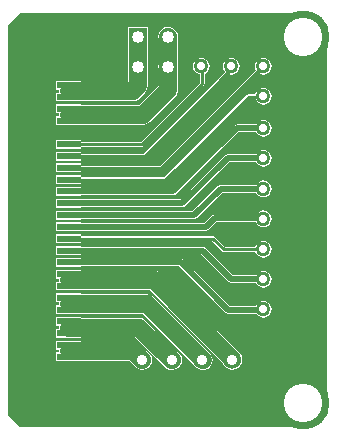
<source format=gbl>
G04 -- Generated By PCBWeb Designer*
%FSLAX24Y24*%
%MOIN*%
%OFA0B0*%
%SFA1.0B1.0*%
%AMROTRECT*21,1,$1,$2,0,0,$3*%
%AMROTOBLONG*1,1,$7,$1,$2*1,1,$7,$3,$4*21,1,$5,$6,0,0,$8*%
%ADD10C,0.025*%
%ADD11C,0.06*%
%ADD12C,0.035*%
%ADD13C,0.07*%
%ADD14C,0.006*%
%ADD15C,0.008*%
%ADD16C,0.024*%
%ADD17C,0.05*%
%ADD18C,0.028*%
%ADD19C,0.1772*%
%ADD20C,0.128*%
%ADD21C,0.1872*%
%ADD22R,0.0787X0.024*%
%ADD23R,0.0887X0.034*%
%ADD24R,0.1417X0.1055*%
%ADD25R,0.1517X0.1155*%
%ADD26C,0.01*%
%ADD27R,0.06X0.06*%
%ADD28C,0.04*%
%ADD29R,0.07X0.07*%
%ADD30C,0.0*%
%ADD31C,0.0098*%
%ADD32C,0.0591*%
%ADD33C,0.0275*%
%ADD34C,0.0197*%
G01*
%LNBASEFILL*%
%LPD*%
G36*
X787Y13780D02*
X394Y13386D01*
X1989Y11527D01*
X787Y13780D01*
G37*
G36*
X1989Y11527D02*
X394Y13386D01*
X1989Y11229D01*
X1989Y11527D01*
G37*
G36*
X1989Y11229D02*
X394Y13386D01*
X1989Y11133D01*
X1989Y11229D01*
G37*
G36*
X1989Y11133D02*
X394Y13386D01*
X1989Y10835D01*
X1989Y11133D01*
G37*
G36*
X1989Y10835D02*
X394Y13386D01*
X1989Y10740D01*
X1989Y10835D01*
G37*
G36*
X1989Y10740D02*
X394Y13386D01*
X1989Y10442D01*
X1989Y10740D01*
G37*
G36*
X1989Y10442D02*
X394Y13386D01*
X1989Y10346D01*
X1989Y10442D01*
G37*
G36*
X1989Y10346D02*
X394Y13386D01*
X1989Y10048D01*
X1989Y10346D01*
G37*
G36*
X1989Y10048D02*
X394Y13386D01*
X1989Y9559D01*
X1989Y10048D01*
G37*
G36*
X1989Y9559D02*
X394Y13386D01*
X1989Y9260D01*
X1989Y9559D01*
G37*
G36*
X1989Y9260D02*
X394Y13386D01*
X1989Y9165D01*
X1989Y9260D01*
G37*
G36*
X1989Y9165D02*
X394Y13386D01*
X1989Y8867D01*
X1989Y9165D01*
G37*
G36*
X1989Y8867D02*
X394Y13386D01*
X1989Y8771D01*
X1989Y8867D01*
G37*
G36*
X1989Y8771D02*
X394Y13386D01*
X1989Y8473D01*
X1989Y8771D01*
G37*
G36*
X1989Y8473D02*
X394Y13386D01*
X1989Y8377D01*
X1989Y8473D01*
G37*
G36*
X1989Y8377D02*
X394Y13386D01*
X1989Y8079D01*
X1989Y8377D01*
G37*
G36*
X1989Y8079D02*
X394Y13386D01*
X1989Y7984D01*
X1989Y8079D01*
G37*
G36*
X1989Y7984D02*
X394Y13386D01*
X1989Y7686D01*
X1989Y7984D01*
G37*
G36*
X1989Y7686D02*
X394Y13386D01*
X1989Y7590D01*
X1989Y7686D01*
G37*
G36*
X1989Y7590D02*
X394Y13386D01*
X1989Y7292D01*
X1989Y7590D01*
G37*
G36*
X1989Y7292D02*
X394Y13386D01*
X1989Y7196D01*
X1989Y7292D01*
G37*
G36*
X1989Y7196D02*
X394Y13386D01*
X1989Y6898D01*
X1989Y7196D01*
G37*
G36*
X394Y13386D02*
X394Y394D01*
X1989Y6898D01*
X394Y13386D01*
G37*
G36*
X394Y394D02*
X1989Y6803D01*
X1989Y6898D01*
X394Y394D01*
G37*
G36*
X1989Y6898D02*
X1989Y6803D01*
X2834Y6803D01*
X1989Y6898D01*
G37*
G36*
X1989Y6898D02*
X2834Y6803D01*
X2834Y6898D01*
X1989Y6898D01*
G37*
G36*
X6595Y6920D02*
X2834Y6898D01*
X2834Y6803D01*
X6595Y6920D01*
G37*
G36*
X6595Y6920D02*
X2834Y6803D01*
X2834Y6781D01*
X6595Y6920D01*
G37*
G36*
X6595Y6920D02*
X2834Y6781D01*
X6937Y6781D01*
X6595Y6920D01*
G37*
G36*
X6611Y6922D02*
X6595Y6920D01*
X6937Y6781D01*
X6611Y6922D01*
G37*
G36*
X6627Y6924D02*
X6611Y6922D01*
X6937Y6781D01*
X6627Y6924D01*
G37*
G36*
X6937Y6781D02*
X6628Y6924D01*
X6627Y6924D01*
X6937Y6781D01*
G37*
G36*
X6628Y6924D02*
X6627Y6924D01*
X6627Y6924D01*
X6628Y6924D01*
G37*
G36*
X6643Y6930D02*
X6628Y6924D01*
X6937Y6781D01*
X6643Y6930D01*
G37*
G36*
X6658Y6937D02*
X6643Y6930D01*
X6937Y6781D01*
X6658Y6937D01*
G37*
G36*
X6937Y6781D02*
X6658Y6937D01*
X6658Y6937D01*
X6937Y6781D01*
G37*
G36*
X6658Y6937D02*
X6658Y6937D01*
X6658Y6937D01*
X6658Y6937D01*
G37*
G36*
X6672Y6947D02*
X6658Y6937D01*
X6937Y6781D01*
X6672Y6947D01*
G37*
G36*
X6684Y6957D02*
X6672Y6947D01*
X6937Y6781D01*
X6684Y6957D01*
G37*
G36*
X6684Y6957D02*
X6937Y6781D01*
X7195Y7031D01*
X6684Y6957D01*
G37*
G36*
X6684Y6957D02*
X7195Y7031D01*
X7208Y7040D01*
X6684Y6957D01*
G37*
G36*
X6684Y6957D02*
X7208Y7040D01*
X7220Y7050D01*
X6684Y6957D01*
G37*
G36*
X6684Y6957D02*
X7220Y7050D01*
X7533Y7796D01*
X6684Y6957D01*
G37*
G36*
X7533Y7796D02*
X7220Y7050D01*
X7222Y7051D01*
X7533Y7796D01*
G37*
G36*
X7220Y7050D02*
X7221Y7050D01*
X7222Y7051D01*
X7220Y7050D01*
G37*
G36*
X7222Y7051D02*
X7236Y7056D01*
X7533Y7796D01*
X7222Y7051D01*
G37*
G36*
X7236Y7056D02*
X7251Y7062D01*
X7533Y7796D01*
X7236Y7056D01*
G37*
G36*
X7533Y7796D02*
X7251Y7062D01*
X7253Y7063D01*
X7533Y7796D01*
G37*
G36*
X7251Y7062D02*
X7252Y7062D01*
X7253Y7063D01*
X7251Y7062D01*
G37*
G36*
X7253Y7063D02*
X7268Y7065D01*
X7533Y7796D01*
X7253Y7063D01*
G37*
G36*
X7268Y7065D02*
X7284Y7067D01*
X7533Y7796D01*
X7268Y7065D01*
G37*
G36*
X7533Y7796D02*
X7284Y7067D01*
X8671Y7067D01*
X7533Y7796D01*
G37*
G36*
X7533Y7796D02*
X8671Y7067D01*
X8682Y7087D01*
X7533Y7796D01*
G37*
G36*
X8682Y7759D02*
X7533Y7796D01*
X8682Y7087D01*
X8682Y7759D01*
G37*
G36*
X8682Y7759D02*
X8682Y7087D01*
X8744Y7698D01*
X8682Y7759D01*
G37*
G36*
X8682Y7087D02*
X8744Y7149D01*
X8744Y7698D01*
X8682Y7087D01*
G37*
G36*
X8744Y7698D02*
X8744Y7149D01*
X8822Y7658D01*
X8744Y7698D01*
G37*
G36*
X8744Y7149D02*
X8822Y7189D01*
X8822Y7658D01*
X8744Y7149D01*
G37*
G36*
X8822Y7658D02*
X8822Y7189D01*
X8908Y7644D01*
X8822Y7658D01*
G37*
G36*
X8822Y7189D02*
X8908Y7202D01*
X8908Y7644D01*
X8822Y7189D01*
G37*
G36*
X8908Y7644D02*
X8908Y7202D01*
X8994Y7189D01*
X8908Y7644D01*
G37*
G36*
X8908Y7644D02*
X8994Y7189D01*
X8994Y7658D01*
X8908Y7644D01*
G37*
G36*
X8994Y7658D02*
X8994Y7189D01*
X9072Y7149D01*
X8994Y7658D01*
G37*
G36*
X8994Y7658D02*
X9072Y7149D01*
X9072Y7698D01*
X8994Y7658D01*
G37*
G36*
X9133Y7759D02*
X9072Y7698D01*
X9072Y7149D01*
X9133Y7759D01*
G37*
G36*
X9133Y7759D02*
X9072Y7149D01*
X9133Y7087D01*
X9133Y7759D01*
G37*
G36*
X9173Y7837D02*
X9133Y7759D01*
X9133Y7087D01*
X9173Y7837D01*
G37*
G36*
X9173Y7837D02*
X9133Y7087D01*
X9173Y7010D01*
X9173Y7837D01*
G37*
G36*
X9173Y7837D02*
X9173Y7010D01*
X9187Y6923D01*
X9173Y7837D01*
G37*
G36*
X9173Y7837D02*
X9187Y6923D01*
X9187Y7923D01*
X9173Y7837D01*
G37*
G36*
X11024Y787D02*
X9187Y7923D01*
X9187Y6923D01*
X11024Y787D01*
G37*
G36*
X11024Y787D02*
X9187Y6923D01*
X9187Y5906D01*
X11024Y787D01*
G37*
G36*
X9173Y6837D02*
X9187Y5906D01*
X9187Y6923D01*
X9173Y6837D01*
G37*
G36*
X9173Y6837D02*
X9173Y5992D01*
X9187Y5906D01*
X9173Y6837D01*
G37*
G36*
X9173Y6837D02*
X9133Y6070D01*
X9173Y5992D01*
X9173Y6837D01*
G37*
G36*
X9173Y6837D02*
X9133Y6759D01*
X9133Y6070D01*
X9173Y6837D01*
G37*
G36*
X9072Y6698D02*
X9133Y6070D01*
X9133Y6759D01*
X9072Y6698D01*
G37*
G36*
X9072Y6698D02*
X9072Y6131D01*
X9133Y6070D01*
X9072Y6698D01*
G37*
G36*
X9072Y6698D02*
X8994Y6171D01*
X9072Y6131D01*
X9072Y6698D01*
G37*
G36*
X9072Y6698D02*
X8994Y6658D01*
X8994Y6171D01*
X9072Y6698D01*
G37*
G36*
X8994Y6658D02*
X8908Y6185D01*
X8994Y6171D01*
X8994Y6658D01*
G37*
G36*
X8994Y6658D02*
X8908Y6644D01*
X8908Y6185D01*
X8994Y6658D01*
G37*
G36*
X8908Y6644D02*
X8822Y6658D01*
X8908Y6185D01*
X8908Y6644D01*
G37*
G36*
X8822Y6658D02*
X8822Y6171D01*
X8908Y6185D01*
X8822Y6658D01*
G37*
G36*
X8744Y6131D02*
X8822Y6171D01*
X8822Y6658D01*
X8744Y6131D01*
G37*
G36*
X8744Y6698D02*
X8744Y6131D01*
X8822Y6658D01*
X8744Y6698D01*
G37*
G36*
X8682Y6070D02*
X8744Y6131D01*
X8744Y6698D01*
X8682Y6070D01*
G37*
G36*
X8682Y6759D02*
X8682Y6070D01*
X8744Y6698D01*
X8682Y6759D01*
G37*
G36*
X8682Y6070D02*
X8682Y6759D01*
X7612Y5984D01*
X8682Y6070D01*
G37*
G36*
X7612Y5984D02*
X8682Y6759D01*
X8655Y6812D01*
X7612Y5984D01*
G37*
G36*
X7335Y6812D02*
X7612Y5984D01*
X8655Y6812D01*
X7335Y6812D01*
G37*
G36*
X7335Y6812D02*
X7291Y6314D01*
X7612Y5984D01*
X7335Y6812D01*
G37*
G36*
X7335Y6812D02*
X7290Y6315D01*
X7291Y6314D01*
X7335Y6812D01*
G37*
G36*
X7290Y6315D02*
X7290Y6315D01*
X7291Y6314D01*
X7290Y6315D01*
G37*
G36*
X7282Y6321D02*
X7290Y6315D01*
X7335Y6812D01*
X7282Y6321D01*
G37*
G36*
X7274Y6327D02*
X7282Y6321D01*
X7335Y6812D01*
X7274Y6327D01*
G37*
G36*
X7335Y6812D02*
X7274Y6328D01*
X7274Y6327D01*
X7335Y6812D01*
G37*
G36*
X7274Y6328D02*
X7274Y6327D01*
X7274Y6327D01*
X7274Y6328D01*
G37*
G36*
X7265Y6331D02*
X7274Y6328D01*
X7335Y6812D01*
X7265Y6331D01*
G37*
G36*
X7256Y6335D02*
X7265Y6331D01*
X7335Y6812D01*
X7256Y6335D01*
G37*
G36*
X7077Y6562D02*
X7256Y6335D01*
X7335Y6812D01*
X7077Y6562D01*
G37*
G36*
X7256Y6335D02*
X7077Y6562D01*
X7255Y6335D01*
X7256Y6335D01*
G37*
G36*
X7077Y6562D02*
X7245Y6337D01*
X7255Y6335D01*
X7077Y6562D01*
G37*
G36*
X7077Y6562D02*
X7236Y6338D01*
X7245Y6337D01*
X7077Y6562D01*
G37*
G36*
X7236Y6338D02*
X7077Y6562D01*
X7234Y6338D01*
X7236Y6338D01*
G37*
G36*
X7234Y6338D02*
X7077Y6562D01*
X7065Y6553D01*
X7234Y6338D01*
G37*
G36*
X7234Y6338D02*
X7065Y6553D01*
X7052Y6543D01*
X7234Y6338D01*
G37*
G36*
X7050Y6542D02*
X7234Y6338D01*
X7052Y6543D01*
X7050Y6542D01*
G37*
G36*
X7052Y6543D02*
X7051Y6543D01*
X7050Y6542D01*
X7052Y6543D01*
G37*
G36*
X7050Y6542D02*
X7036Y6536D01*
X7234Y6338D01*
X7050Y6542D01*
G37*
G36*
X7036Y6536D02*
X7021Y6531D01*
X7234Y6338D01*
X7036Y6536D01*
G37*
G36*
X7234Y6338D02*
X7021Y6531D01*
X7019Y6530D01*
X7234Y6338D01*
G37*
G36*
X7021Y6531D02*
X7020Y6530D01*
X7019Y6530D01*
X7021Y6531D01*
G37*
G36*
X7019Y6530D02*
X7004Y6528D01*
X7234Y6338D01*
X7019Y6530D01*
G37*
G36*
X7004Y6528D02*
X6988Y6526D01*
X7234Y6338D01*
X7004Y6528D01*
G37*
G36*
X6988Y6526D02*
X2834Y6338D01*
X7234Y6338D01*
X6988Y6526D01*
G37*
G36*
X6988Y6526D02*
X2834Y6409D01*
X2834Y6338D01*
X6988Y6526D01*
G37*
G36*
X6988Y6526D02*
X2834Y6505D01*
X2834Y6409D01*
X6988Y6526D01*
G37*
G36*
X1989Y6505D02*
X2834Y6409D01*
X2834Y6505D01*
X1989Y6505D01*
G37*
G36*
X1989Y6505D02*
X1989Y6409D01*
X2834Y6409D01*
X1989Y6505D01*
G37*
G36*
X394Y394D02*
X1989Y6409D01*
X1989Y6505D01*
X394Y394D01*
G37*
G36*
X394Y394D02*
X1989Y6505D01*
X1989Y6803D01*
X394Y394D01*
G37*
G36*
X394Y394D02*
X1989Y6111D01*
X1989Y6409D01*
X394Y394D01*
G37*
G36*
X394Y394D02*
X1989Y6015D01*
X1989Y6111D01*
X394Y394D01*
G37*
G36*
X1989Y6111D02*
X1989Y6015D01*
X2834Y6015D01*
X1989Y6111D01*
G37*
G36*
X1989Y6111D02*
X2834Y6015D01*
X2834Y6111D01*
X1989Y6111D01*
G37*
G36*
X2834Y6111D02*
X2834Y6015D01*
X6890Y5994D01*
X2834Y6111D01*
G37*
G36*
X2834Y6015D02*
X2834Y5994D01*
X6890Y5994D01*
X2834Y6015D01*
G37*
G36*
X2834Y6182D02*
X2834Y6111D01*
X6890Y5994D01*
X2834Y6182D01*
G37*
G36*
X2834Y6182D02*
X6890Y5994D01*
X7201Y6182D01*
X2834Y6182D01*
G37*
G36*
X7201Y6182D02*
X6890Y5994D01*
X6891Y5994D01*
X7201Y6182D01*
G37*
G36*
X6890Y5994D02*
X6890Y5994D01*
X6891Y5994D01*
X6890Y5994D01*
G37*
G36*
X6891Y5994D02*
X6907Y5991D01*
X7201Y6182D01*
X6891Y5994D01*
G37*
G36*
X6907Y5991D02*
X6923Y5989D01*
X7201Y6182D01*
X6907Y5991D01*
G37*
G36*
X7201Y6182D02*
X6923Y5989D01*
X6924Y5989D01*
X7201Y6182D01*
G37*
G36*
X6923Y5989D02*
X6923Y5989D01*
X6924Y5989D01*
X6923Y5989D01*
G37*
G36*
X6924Y5989D02*
X6939Y5983D01*
X7201Y6182D01*
X6924Y5989D01*
G37*
G36*
X6939Y5983D02*
X6954Y5977D01*
X7201Y6182D01*
X6939Y5983D01*
G37*
G36*
X7201Y6182D02*
X6954Y5977D01*
X6954Y5976D01*
X7201Y6182D01*
G37*
G36*
X6954Y5977D02*
X6954Y5976D01*
X6954Y5976D01*
X6954Y5977D01*
G37*
G36*
X6954Y5976D02*
X6967Y5966D01*
X7201Y6182D01*
X6954Y5976D01*
G37*
G36*
X6967Y5966D02*
X6980Y5956D01*
X7201Y6182D01*
X6967Y5966D01*
G37*
G36*
X7201Y6182D02*
X6980Y5956D01*
X6981Y5956D01*
X7201Y6182D01*
G37*
G36*
X6980Y5956D02*
X6980Y5956D01*
X6981Y5956D01*
X6980Y5956D01*
G37*
G36*
X7201Y6182D02*
X6981Y5956D01*
X7523Y5851D01*
X7201Y6182D01*
G37*
G36*
X7523Y5851D02*
X6981Y5956D01*
X7524Y5850D01*
X7523Y5851D01*
G37*
G36*
X6981Y5956D02*
X7531Y5845D01*
X7524Y5850D01*
X6981Y5956D01*
G37*
G36*
X7539Y5839D02*
X7531Y5845D01*
X6981Y5956D01*
X7539Y5839D01*
G37*
G36*
X7540Y5838D02*
X7539Y5839D01*
X6981Y5956D01*
X7540Y5838D01*
G37*
G36*
X7540Y5838D02*
X6981Y5956D01*
X7558Y5830D01*
X7540Y5838D01*
G37*
G36*
X6981Y5956D02*
X7559Y5830D01*
X7558Y5830D01*
X6981Y5956D01*
G37*
G36*
X7559Y5830D02*
X7558Y5830D01*
X7558Y5830D01*
X7559Y5830D01*
G37*
G36*
X7559Y5830D02*
X6981Y5956D01*
X7878Y5049D01*
X7559Y5830D01*
G37*
G36*
X7878Y5049D02*
X7568Y5829D01*
X7559Y5830D01*
X7878Y5049D01*
G37*
G36*
X7878Y5049D02*
X7578Y5827D01*
X7568Y5829D01*
X7878Y5049D01*
G37*
G36*
X7878Y5049D02*
X7579Y5827D01*
X7578Y5827D01*
X7878Y5049D01*
G37*
G36*
X7578Y5828D02*
X7578Y5827D01*
X7579Y5827D01*
X7578Y5828D01*
G37*
G36*
X8642Y5819D02*
X7579Y5827D01*
X7878Y5049D01*
X8642Y5819D01*
G37*
G36*
X8682Y5742D02*
X8642Y5819D01*
X7878Y5049D01*
X8682Y5742D01*
G37*
G36*
X8682Y5070D02*
X8682Y5742D01*
X7878Y5049D01*
X8682Y5070D01*
G37*
G36*
X7878Y5049D02*
X8671Y5049D01*
X8682Y5070D01*
X7878Y5049D01*
G37*
G36*
X8682Y5742D02*
X8682Y5070D01*
X8744Y5680D01*
X8682Y5742D01*
G37*
G36*
X8682Y5070D02*
X8744Y5131D01*
X8744Y5680D01*
X8682Y5070D01*
G37*
G36*
X8744Y5680D02*
X8744Y5131D01*
X8822Y5640D01*
X8744Y5680D01*
G37*
G36*
X8744Y5131D02*
X8822Y5171D01*
X8822Y5640D01*
X8744Y5131D01*
G37*
G36*
X8822Y5640D02*
X8822Y5171D01*
X8908Y5627D01*
X8822Y5640D01*
G37*
G36*
X8822Y5171D02*
X8908Y5185D01*
X8908Y5627D01*
X8822Y5171D01*
G37*
G36*
X8908Y5627D02*
X8908Y5185D01*
X8994Y5171D01*
X8908Y5627D01*
G37*
G36*
X8908Y5627D02*
X8994Y5171D01*
X8994Y5640D01*
X8908Y5627D01*
G37*
G36*
X8994Y5640D02*
X8994Y5171D01*
X9072Y5131D01*
X8994Y5640D01*
G37*
G36*
X8994Y5640D02*
X9072Y5131D01*
X9072Y5680D01*
X8994Y5640D01*
G37*
G36*
X9133Y5742D02*
X9072Y5680D01*
X9072Y5131D01*
X9133Y5742D01*
G37*
G36*
X9133Y5742D02*
X9072Y5131D01*
X9133Y5070D01*
X9133Y5742D01*
G37*
G36*
X9173Y5819D02*
X9133Y5742D01*
X9133Y5070D01*
X9173Y5819D01*
G37*
G36*
X9173Y5819D02*
X9133Y5070D01*
X9173Y4992D01*
X9173Y5819D01*
G37*
G36*
X9173Y5819D02*
X9173Y4992D01*
X9187Y4906D01*
X9173Y5819D01*
G37*
G36*
X9173Y5819D02*
X9187Y4906D01*
X9187Y5906D01*
X9173Y5819D01*
G37*
G36*
X11024Y787D02*
X9187Y5906D01*
X9187Y4906D01*
X11024Y787D01*
G37*
G36*
X10236Y1575D02*
X11024Y787D01*
X9187Y4906D01*
X10236Y1575D01*
G37*
G36*
X9187Y4906D02*
X9187Y3906D01*
X10236Y1575D01*
X9187Y4906D01*
G37*
G36*
X9187Y3906D02*
X9173Y3819D01*
X10236Y1575D01*
X9187Y3906D01*
G37*
G36*
X9173Y3819D02*
X9133Y3742D01*
X10236Y1575D01*
X9173Y3819D01*
G37*
G36*
X9133Y3742D02*
X9072Y3680D01*
X10236Y1575D01*
X9133Y3742D01*
G37*
G36*
X9072Y3680D02*
X8994Y3640D01*
X10236Y1575D01*
X9072Y3680D01*
G37*
G36*
X10236Y1575D02*
X8994Y3640D01*
X8187Y2348D01*
X10236Y1575D01*
G37*
G36*
X8994Y3640D02*
X8908Y3627D01*
X8187Y2348D01*
X8994Y3640D01*
G37*
G36*
X8155Y2426D02*
X8187Y2348D01*
X8908Y3627D01*
X8155Y2426D01*
G37*
G36*
X8908Y3627D02*
X8822Y3640D01*
X8155Y2426D01*
X8908Y3627D01*
G37*
G36*
X8822Y3640D02*
X8103Y2493D01*
X8155Y2426D01*
X8822Y3640D01*
G37*
G36*
X8744Y3680D02*
X8103Y2493D01*
X8822Y3640D01*
X8744Y3680D01*
G37*
G36*
X8682Y3742D02*
X8103Y2493D01*
X8744Y3680D01*
X8682Y3742D01*
G37*
G36*
X8682Y3742D02*
X7727Y3760D01*
X8103Y2493D01*
X8682Y3742D01*
G37*
G36*
X7727Y3760D02*
X7726Y3760D01*
X8103Y2493D01*
X7727Y3760D01*
G37*
G36*
X7726Y3760D02*
X7710Y3763D01*
X8103Y2493D01*
X7726Y3760D01*
G37*
G36*
X7710Y3763D02*
X7694Y3765D01*
X8103Y2493D01*
X7710Y3763D01*
G37*
G36*
X8103Y2493D02*
X7694Y3765D01*
X7693Y3765D01*
X8103Y2493D01*
G37*
G36*
X7693Y3765D02*
X7693Y3765D01*
X7694Y3765D01*
X7693Y3765D01*
G37*
G36*
X7678Y3771D02*
X8103Y2493D01*
X7693Y3765D01*
X7678Y3771D01*
G37*
G36*
X7678Y3771D02*
X7663Y3778D01*
X8103Y2493D01*
X7678Y3771D01*
G37*
G36*
X8103Y2493D02*
X7663Y3778D01*
X7663Y3778D01*
X8103Y2493D01*
G37*
G36*
X7663Y3778D02*
X7663Y3778D01*
X7663Y3778D01*
X7663Y3778D01*
G37*
G36*
X5495Y5101D02*
X8103Y2493D01*
X7663Y3778D01*
X5495Y5101D01*
G37*
G36*
X7663Y3778D02*
X7637Y3798D01*
X5495Y5101D01*
X7663Y3778D01*
G37*
G36*
X7636Y3798D02*
X5495Y5101D01*
X7637Y3798D01*
X7636Y3798D01*
G37*
G36*
X7636Y3798D02*
X7636Y3798D01*
X7637Y3798D01*
X7636Y3798D01*
G37*
G36*
X6099Y5345D02*
X5495Y5101D01*
X7636Y3798D01*
X6099Y5345D01*
G37*
G36*
X5428Y5153D02*
X5495Y5101D01*
X6099Y5345D01*
X5428Y5153D01*
G37*
G36*
X5350Y5185D02*
X5428Y5153D01*
X6099Y5345D01*
X5350Y5185D01*
G37*
G36*
X5266Y5196D02*
X5350Y5185D01*
X6099Y5345D01*
X5266Y5196D01*
G37*
G36*
X2834Y5345D02*
X5266Y5196D01*
X6099Y5345D01*
X2834Y5345D01*
G37*
G36*
X2834Y5345D02*
X2834Y5323D01*
X5266Y5196D01*
X2834Y5345D01*
G37*
G36*
X2834Y5323D02*
X2834Y5228D01*
X5266Y5196D01*
X2834Y5323D01*
G37*
G36*
X2834Y5228D02*
X2834Y5196D01*
X5266Y5196D01*
X2834Y5228D01*
G37*
G36*
X1989Y5323D02*
X2834Y5228D01*
X2834Y5323D01*
X1989Y5323D01*
G37*
G36*
X1989Y5323D02*
X1989Y5228D01*
X2834Y5228D01*
X1989Y5323D01*
G37*
G36*
X394Y394D02*
X1989Y5228D01*
X1989Y5323D01*
X394Y394D01*
G37*
G36*
X394Y394D02*
X1989Y5323D01*
X1989Y5622D01*
X394Y394D01*
G37*
G36*
X394Y394D02*
X1989Y5622D01*
X1989Y5717D01*
X394Y394D01*
G37*
G36*
X1989Y5717D02*
X1989Y5622D01*
X2834Y5622D01*
X1989Y5717D01*
G37*
G36*
X1989Y5717D02*
X2834Y5622D01*
X2834Y5717D01*
X1989Y5717D01*
G37*
G36*
X2834Y5717D02*
X2834Y5622D01*
X6152Y5600D01*
X2834Y5717D01*
G37*
G36*
X2834Y5622D02*
X2834Y5600D01*
X6152Y5600D01*
X2834Y5622D01*
G37*
G36*
X2834Y5739D02*
X2834Y5717D01*
X6152Y5600D01*
X2834Y5739D01*
G37*
G36*
X2834Y5739D02*
X6152Y5600D01*
X6837Y5739D01*
X2834Y5739D01*
G37*
G36*
X6837Y5739D02*
X6152Y5600D01*
X6152Y5600D01*
X6837Y5739D01*
G37*
G36*
X6152Y5600D02*
X6152Y5600D01*
X6152Y5600D01*
X6152Y5600D01*
G37*
G36*
X6152Y5600D02*
X6168Y5598D01*
X6837Y5739D01*
X6152Y5600D01*
G37*
G36*
X6168Y5598D02*
X6185Y5596D01*
X6837Y5739D01*
X6168Y5598D01*
G37*
G36*
X6837Y5739D02*
X6185Y5596D01*
X6185Y5595D01*
X6837Y5739D01*
G37*
G36*
X6185Y5596D02*
X6185Y5595D01*
X6185Y5595D01*
X6185Y5596D01*
G37*
G36*
X6185Y5595D02*
X6200Y5589D01*
X6837Y5739D01*
X6185Y5595D01*
G37*
G36*
X6200Y5589D02*
X6215Y5583D01*
X6837Y5739D01*
X6200Y5589D01*
G37*
G36*
X6837Y5739D02*
X6215Y5583D01*
X6216Y5583D01*
X6837Y5739D01*
G37*
G36*
X6215Y5583D02*
X6216Y5583D01*
X6216Y5583D01*
X6215Y5583D01*
G37*
G36*
X6216Y5583D02*
X6229Y5573D01*
X6837Y5739D01*
X6216Y5583D01*
G37*
G36*
X6229Y5573D02*
X6242Y5563D01*
X6837Y5739D01*
X6229Y5573D01*
G37*
G36*
X6837Y5739D02*
X6242Y5563D01*
X6242Y5562D01*
X6837Y5739D01*
G37*
G36*
X6242Y5563D02*
X6242Y5562D01*
X6242Y5562D01*
X6242Y5563D01*
G37*
G36*
X6837Y5739D02*
X6242Y5562D01*
X7734Y4832D01*
X6837Y5739D01*
G37*
G36*
X7734Y4832D02*
X6242Y5562D01*
X7780Y4015D01*
X7734Y4832D01*
G37*
G36*
X7780Y4015D02*
X7735Y4831D01*
X7734Y4832D01*
X7780Y4015D01*
G37*
G36*
X7735Y4831D02*
X7735Y4832D01*
X7734Y4832D01*
X7735Y4831D01*
G37*
G36*
X7748Y4821D02*
X7735Y4831D01*
X7780Y4015D01*
X7748Y4821D01*
G37*
G36*
X7761Y4811D02*
X7748Y4821D01*
X7780Y4015D01*
X7761Y4811D01*
G37*
G36*
X7780Y4015D02*
X7761Y4811D01*
X7761Y4811D01*
X7780Y4015D01*
G37*
G36*
X7761Y4811D02*
X7761Y4811D01*
X7761Y4811D01*
X7761Y4811D01*
G37*
G36*
X7776Y4805D02*
X7761Y4811D01*
X7780Y4015D01*
X7776Y4805D01*
G37*
G36*
X7776Y4805D02*
X7780Y4015D01*
X7791Y4798D01*
X7776Y4805D01*
G37*
G36*
X7792Y4798D02*
X7791Y4798D01*
X7780Y4015D01*
X7792Y4798D01*
G37*
G36*
X7792Y4798D02*
X7780Y4015D01*
X7808Y4796D01*
X7792Y4798D01*
G37*
G36*
X7808Y4796D02*
X7780Y4015D01*
X7824Y4794D01*
X7808Y4796D01*
G37*
G36*
X7824Y4794D02*
X7780Y4015D01*
X7825Y4794D01*
X7824Y4794D01*
G37*
G36*
X8682Y4070D02*
X7825Y4794D01*
X7780Y4015D01*
X8682Y4070D01*
G37*
G36*
X8682Y4070D02*
X7780Y4015D01*
X8654Y4015D01*
X8682Y4070D01*
G37*
G36*
X8682Y4742D02*
X7825Y4794D01*
X8682Y4070D01*
X8682Y4742D01*
G37*
G36*
X8682Y4742D02*
X8682Y4070D01*
X8744Y4680D01*
X8682Y4742D01*
G37*
G36*
X8682Y4070D02*
X8744Y4131D01*
X8744Y4680D01*
X8682Y4070D01*
G37*
G36*
X8744Y4680D02*
X8744Y4131D01*
X8822Y4640D01*
X8744Y4680D01*
G37*
G36*
X8744Y4131D02*
X8822Y4171D01*
X8822Y4640D01*
X8744Y4131D01*
G37*
G36*
X8822Y4640D02*
X8822Y4171D01*
X8908Y4627D01*
X8822Y4640D01*
G37*
G36*
X8822Y4171D02*
X8908Y4185D01*
X8908Y4627D01*
X8822Y4171D01*
G37*
G36*
X8908Y4627D02*
X8908Y4185D01*
X8994Y4171D01*
X8908Y4627D01*
G37*
G36*
X8908Y4627D02*
X8994Y4171D01*
X8994Y4640D01*
X8908Y4627D01*
G37*
G36*
X8994Y4640D02*
X8994Y4171D01*
X9072Y4131D01*
X8994Y4640D01*
G37*
G36*
X8994Y4640D02*
X9072Y4131D01*
X9072Y4680D01*
X8994Y4640D01*
G37*
G36*
X9133Y4742D02*
X9072Y4680D01*
X9072Y4131D01*
X9133Y4742D01*
G37*
G36*
X9133Y4742D02*
X9072Y4131D01*
X9133Y4070D01*
X9133Y4742D01*
G37*
G36*
X9173Y4819D02*
X9133Y4742D01*
X9133Y4070D01*
X9173Y4819D01*
G37*
G36*
X9173Y4819D02*
X9133Y4070D01*
X9173Y3992D01*
X9173Y4819D01*
G37*
G36*
X9173Y4819D02*
X9173Y3992D01*
X9187Y3906D01*
X9173Y4819D01*
G37*
G36*
X9173Y4819D02*
X9187Y3906D01*
X9187Y4906D01*
X9173Y4819D01*
G37*
G36*
X8655Y4794D02*
X7825Y4794D01*
X8682Y4742D01*
X8655Y4794D01*
G37*
G36*
X7825Y4794D02*
X7824Y4794D01*
X7825Y4794D01*
X7825Y4794D01*
G37*
G36*
X7792Y4798D02*
X7791Y4798D01*
X7792Y4798D01*
X7792Y4798D01*
G37*
G36*
X394Y394D02*
X1989Y5717D01*
X1989Y6015D01*
X394Y394D01*
G37*
G36*
X394Y394D02*
X1989Y4930D01*
X1989Y5228D01*
X394Y394D01*
G37*
G36*
X394Y394D02*
X1989Y4834D01*
X1989Y4930D01*
X394Y394D01*
G37*
G36*
X1989Y4930D02*
X1989Y4834D01*
X2087Y4872D01*
X1989Y4930D01*
G37*
G36*
X2087Y4872D02*
X1989Y4834D01*
X2092Y4834D01*
X2087Y4872D01*
G37*
G36*
X1989Y4930D02*
X2087Y4872D01*
X2095Y4930D01*
X1989Y4930D01*
G37*
G36*
X394Y394D02*
X1989Y4536D01*
X1989Y4834D01*
X394Y394D01*
G37*
G36*
X394Y394D02*
X1989Y4440D01*
X1989Y4536D01*
X394Y394D01*
G37*
G36*
X1989Y4536D02*
X1989Y4440D01*
X2834Y4440D01*
X1989Y4536D01*
G37*
G36*
X1989Y4536D02*
X2834Y4440D01*
X2834Y4536D01*
X1989Y4536D01*
G37*
G36*
X2834Y4536D02*
X2834Y4440D01*
X5020Y4409D01*
X2834Y4536D01*
G37*
G36*
X2834Y4440D02*
X2834Y4409D01*
X5020Y4409D01*
X2834Y4440D01*
G37*
G36*
X2834Y4548D02*
X2834Y4536D01*
X5020Y4409D01*
X2834Y4548D01*
G37*
G36*
X2834Y4548D02*
X5020Y4409D01*
X5132Y4548D01*
X2834Y4548D01*
G37*
G36*
X5020Y4409D02*
X5104Y4398D01*
X5132Y4548D01*
X5020Y4409D01*
G37*
G36*
X5132Y4548D02*
X5104Y4398D01*
X5182Y4366D01*
X5132Y4548D01*
G37*
G36*
X5132Y4548D02*
X5182Y4366D01*
X5249Y4314D01*
X5132Y4548D01*
G37*
G36*
X7119Y2444D02*
X5132Y4548D01*
X5249Y4314D01*
X7119Y2444D01*
G37*
G36*
X5132Y4548D02*
X7119Y2444D01*
X7560Y2119D01*
X5132Y4548D01*
G37*
G36*
X7560Y2119D02*
X7119Y2444D01*
X7171Y2377D01*
X7560Y2119D01*
G37*
G36*
X7560Y2119D02*
X7171Y2377D01*
X7203Y2299D01*
X7560Y2119D01*
G37*
G36*
X7203Y2299D02*
X7214Y2215D01*
X7560Y2119D01*
X7203Y2299D01*
G37*
G36*
X7214Y2215D02*
X7203Y2131D01*
X7560Y2119D01*
X7214Y2215D01*
G37*
G36*
X7560Y2119D02*
X7203Y2131D01*
X7561Y2113D01*
X7560Y2119D01*
G37*
G36*
X7561Y2113D02*
X7203Y2131D01*
X7171Y2052D01*
X7561Y2113D01*
G37*
G36*
X7561Y2113D02*
X7171Y2052D01*
X7608Y2021D01*
X7561Y2113D01*
G37*
G36*
X7171Y2052D02*
X7119Y1985D01*
X7608Y2021D01*
X7171Y2052D01*
G37*
G36*
X7608Y2021D02*
X7119Y1985D01*
X7681Y1948D01*
X7608Y2021D01*
G37*
G36*
X7119Y1985D02*
X7052Y1934D01*
X7681Y1948D01*
X7119Y1985D01*
G37*
G36*
X7681Y1948D02*
X7052Y1934D01*
X7773Y1902D01*
X7681Y1948D01*
G37*
G36*
X7773Y1902D02*
X7052Y1934D01*
X6976Y1902D01*
X7773Y1902D01*
G37*
G36*
X7052Y1934D02*
X6981Y1904D01*
X6976Y1902D01*
X7052Y1934D01*
G37*
G36*
X6976Y1902D02*
X9449Y787D01*
X7773Y1902D01*
X6976Y1902D01*
G37*
G36*
X7874Y1886D02*
X7773Y1902D01*
X9449Y787D01*
X7874Y1886D01*
G37*
G36*
X7976Y1902D02*
X7874Y1886D01*
X9449Y787D01*
X7976Y1902D01*
G37*
G36*
X8068Y1948D02*
X7976Y1902D01*
X9449Y787D01*
X8068Y1948D01*
G37*
G36*
X8140Y2021D02*
X8068Y1948D01*
X9449Y787D01*
X8140Y2021D01*
G37*
G36*
X8187Y2113D02*
X8140Y2021D01*
X9449Y787D01*
X8187Y2113D01*
G37*
G36*
X8187Y2113D02*
X9449Y787D01*
X10236Y1575D01*
X8187Y2113D01*
G37*
G36*
X8203Y2215D02*
X8187Y2113D01*
X10236Y1575D01*
X8203Y2215D01*
G37*
G36*
X10236Y1575D02*
X8199Y2264D01*
X8203Y2215D01*
X10236Y1575D01*
G37*
G36*
X8199Y2264D02*
X8197Y2253D01*
X8203Y2215D01*
X8199Y2264D01*
G37*
G36*
X10236Y1575D02*
X8187Y2348D01*
X8199Y2264D01*
X10236Y1575D01*
G37*
G36*
X9449Y787D02*
X6976Y1902D01*
X6974Y1901D01*
X9449Y787D01*
G37*
G36*
X6976Y1902D02*
X6974Y1901D01*
X6974Y1901D01*
X6976Y1902D01*
G37*
G36*
X6874Y1886D02*
X9449Y787D01*
X6974Y1901D01*
X6874Y1886D01*
G37*
G36*
X6874Y1886D02*
X6974Y1901D01*
X6973Y1901D01*
X6874Y1886D01*
G37*
G36*
X6874Y1886D02*
X5874Y1886D01*
X9449Y787D01*
X6874Y1886D01*
G37*
G36*
X9449Y787D02*
X5874Y1886D01*
X10236Y0D01*
X9449Y787D01*
G37*
G36*
X787Y0D02*
X10236Y0D01*
X5874Y1886D01*
X787Y0D01*
G37*
G36*
X787Y0D02*
X5874Y1886D01*
X4874Y1886D01*
X787Y0D01*
G37*
G36*
X5874Y1886D02*
X5773Y1901D01*
X4874Y1886D01*
X5874Y1886D01*
G37*
G36*
X4976Y1902D02*
X4874Y1886D01*
X5773Y1901D01*
X4976Y1902D01*
G37*
G36*
X5694Y1934D02*
X4976Y1902D01*
X5773Y1901D01*
X5694Y1934D01*
G37*
G36*
X5068Y1948D02*
X4976Y1902D01*
X5694Y1934D01*
X5068Y1948D01*
G37*
G36*
X5627Y1985D02*
X5068Y1948D01*
X5694Y1934D01*
X5627Y1985D01*
G37*
G36*
X5140Y2021D02*
X5068Y1948D01*
X5627Y1985D01*
X5140Y2021D01*
G37*
G36*
X5187Y2113D02*
X5140Y2021D01*
X5627Y1985D01*
X5187Y2113D01*
G37*
G36*
X5203Y2215D02*
X5187Y2113D01*
X5627Y1985D01*
X5203Y2215D01*
G37*
G36*
X5187Y2316D02*
X5203Y2215D01*
X5627Y1985D01*
X5187Y2316D01*
G37*
G36*
X5140Y2408D02*
X5187Y2316D01*
X5627Y1985D01*
X5140Y2408D01*
G37*
G36*
X5627Y1985D02*
X5068Y2481D01*
X5140Y2408D01*
X5627Y1985D01*
G37*
G36*
X5627Y1985D02*
X4639Y2973D01*
X5068Y2481D01*
X5627Y1985D01*
G37*
G36*
X5068Y2481D02*
X4639Y2973D01*
X4806Y2739D01*
X5068Y2481D01*
G37*
G36*
X4639Y2973D02*
X4739Y2791D01*
X4806Y2739D01*
X4639Y2973D01*
G37*
G36*
X4639Y2973D02*
X4661Y2823D01*
X4739Y2791D01*
X4639Y2973D01*
G37*
G36*
X4639Y2973D02*
X4577Y2834D01*
X4661Y2823D01*
X4639Y2973D01*
G37*
G36*
X2834Y2973D02*
X4577Y2834D01*
X4639Y2973D01*
X2834Y2973D01*
G37*
G36*
X2834Y2973D02*
X2834Y2961D01*
X4577Y2834D01*
X2834Y2973D01*
G37*
G36*
X2834Y2961D02*
X2834Y2866D01*
X4577Y2834D01*
X2834Y2961D01*
G37*
G36*
X2834Y2866D02*
X2834Y2834D01*
X4577Y2834D01*
X2834Y2866D01*
G37*
G36*
X1989Y2961D02*
X2834Y2866D01*
X2834Y2961D01*
X1989Y2961D01*
G37*
G36*
X1989Y2961D02*
X1989Y2866D01*
X2834Y2866D01*
X1989Y2961D01*
G37*
G36*
X394Y394D02*
X1989Y2866D01*
X1989Y2961D01*
X394Y394D01*
G37*
G36*
X394Y394D02*
X1989Y2961D01*
X1989Y3259D01*
X394Y394D01*
G37*
G36*
X394Y394D02*
X1989Y3259D01*
X1989Y3355D01*
X394Y394D01*
G37*
G36*
X1989Y3355D02*
X1989Y3259D01*
X2087Y3297D01*
X1989Y3355D01*
G37*
G36*
X2087Y3297D02*
X1989Y3259D01*
X2092Y3259D01*
X2087Y3297D01*
G37*
G36*
X1989Y3355D02*
X2087Y3297D01*
X2095Y3355D01*
X1989Y3355D01*
G37*
G36*
X394Y394D02*
X1989Y3355D01*
X1989Y3653D01*
X394Y394D01*
G37*
G36*
X394Y394D02*
X1989Y3653D01*
X1989Y3749D01*
X394Y394D01*
G37*
G36*
X1989Y3749D02*
X1989Y3653D01*
X2834Y3653D01*
X1989Y3749D01*
G37*
G36*
X1989Y3749D02*
X2834Y3653D01*
X2834Y3749D01*
X1989Y3749D01*
G37*
G36*
X2834Y3749D02*
X2834Y3653D01*
X4774Y3622D01*
X2834Y3749D01*
G37*
G36*
X2834Y3653D02*
X2834Y3622D01*
X4774Y3622D01*
X2834Y3653D01*
G37*
G36*
X2834Y3760D02*
X2834Y3749D01*
X4774Y3622D01*
X2834Y3760D01*
G37*
G36*
X2834Y3760D02*
X4774Y3622D01*
X4886Y3760D01*
X2834Y3760D01*
G37*
G36*
X4774Y3622D02*
X4858Y3611D01*
X4886Y3760D01*
X4774Y3622D01*
G37*
G36*
X4886Y3760D02*
X4858Y3611D01*
X4936Y3578D01*
X4886Y3760D01*
G37*
G36*
X4886Y3760D02*
X4936Y3578D01*
X5003Y3527D01*
X4886Y3760D01*
G37*
G36*
X6068Y2481D02*
X4886Y3760D01*
X5003Y3527D01*
X6068Y2481D01*
G37*
G36*
X6068Y2481D02*
X5003Y3527D01*
X6029Y2500D01*
X6068Y2481D01*
G37*
G36*
X6591Y2055D02*
X4886Y3760D01*
X6068Y2481D01*
X6591Y2055D01*
G37*
G36*
X6591Y2055D02*
X6068Y2481D01*
X6140Y2408D01*
X6591Y2055D01*
G37*
G36*
X6140Y2408D02*
X6187Y2316D01*
X6591Y2055D01*
X6140Y2408D01*
G37*
G36*
X6187Y2316D02*
X6203Y2215D01*
X6591Y2055D01*
X6187Y2316D01*
G37*
G36*
X6203Y2215D02*
X6187Y2113D01*
X6591Y2055D01*
X6203Y2215D01*
G37*
G36*
X6187Y2113D02*
X6140Y2021D01*
X6591Y2055D01*
X6187Y2113D01*
G37*
G36*
X6591Y2055D02*
X6140Y2021D01*
X6608Y2021D01*
X6591Y2055D01*
G37*
G36*
X6608Y2021D02*
X6140Y2021D01*
X6681Y1948D01*
X6608Y2021D01*
G37*
G36*
X6140Y2021D02*
X6068Y1948D01*
X6681Y1948D01*
X6140Y2021D01*
G37*
G36*
X6681Y1948D02*
X6068Y1948D01*
X6773Y1902D01*
X6681Y1948D01*
G37*
G36*
X6068Y1948D02*
X5976Y1902D01*
X6773Y1902D01*
X6068Y1948D01*
G37*
G36*
X6773Y1902D02*
X5976Y1902D01*
X6874Y1886D01*
X6773Y1902D01*
G37*
G36*
X5976Y1902D02*
X5874Y1886D01*
X6874Y1886D01*
X5976Y1902D01*
G37*
G36*
X394Y394D02*
X1989Y3749D01*
X1989Y4047D01*
X394Y394D01*
G37*
G36*
X394Y394D02*
X1989Y4047D01*
X1989Y4142D01*
X394Y394D01*
G37*
G36*
X1989Y4142D02*
X1989Y4047D01*
X2087Y4085D01*
X1989Y4142D01*
G37*
G36*
X2087Y4085D02*
X1989Y4047D01*
X2092Y4047D01*
X2087Y4085D01*
G37*
G36*
X1989Y4142D02*
X2087Y4085D01*
X2095Y4142D01*
X1989Y4142D01*
G37*
G36*
X394Y394D02*
X1989Y4142D01*
X1989Y4440D01*
X394Y394D01*
G37*
G36*
X394Y394D02*
X1989Y2567D01*
X1989Y2866D01*
X394Y394D01*
G37*
G36*
X394Y394D02*
X1989Y2472D01*
X1989Y2567D01*
X394Y394D01*
G37*
G36*
X1989Y2567D02*
X1989Y2472D01*
X2087Y2510D01*
X1989Y2567D01*
G37*
G36*
X2087Y2510D02*
X1989Y2472D01*
X2092Y2472D01*
X2087Y2510D01*
G37*
G36*
X1989Y2567D02*
X2087Y2510D01*
X2095Y2567D01*
X1989Y2567D01*
G37*
G36*
X394Y394D02*
X1989Y2174D01*
X1989Y2472D01*
X394Y394D01*
G37*
G36*
X394Y394D02*
X787Y0D01*
X1989Y2174D01*
X394Y394D01*
G37*
G36*
X1989Y2174D02*
X787Y0D01*
X2834Y2174D01*
X1989Y2174D01*
G37*
G36*
X787Y0D02*
X4681Y1948D01*
X2834Y2174D01*
X787Y0D01*
G37*
G36*
X4643Y1985D02*
X2834Y2174D01*
X4681Y1948D01*
X4643Y1985D01*
G37*
G36*
X4648Y1982D02*
X4643Y1985D01*
X4681Y1948D01*
X4648Y1982D01*
G37*
G36*
X4643Y1985D02*
X4443Y2186D01*
X2834Y2174D01*
X4643Y1985D01*
G37*
G36*
X4443Y2186D02*
X2834Y2186D01*
X2834Y2174D01*
X4443Y2186D01*
G37*
G36*
X4681Y1948D02*
X787Y0D01*
X4773Y1902D01*
X4681Y1948D01*
G37*
G36*
X4773Y1902D02*
X787Y0D01*
X4874Y1886D01*
X4773Y1902D01*
G37*
G36*
X5068Y2481D02*
X4806Y2739D01*
X5062Y2484D01*
X5068Y2481D01*
G37*
G36*
X5785Y1900D02*
X5773Y1901D01*
X5874Y1886D01*
X5785Y1900D01*
G37*
G36*
X7637Y3798D02*
X7663Y3778D01*
X7650Y3788D01*
X7637Y3798D01*
G37*
G36*
X7726Y3761D02*
X7726Y3760D01*
X7727Y3760D01*
X7726Y3761D01*
G37*
G36*
X8672Y3760D02*
X7727Y3760D01*
X8682Y3742D01*
X8672Y3760D01*
G37*
G36*
X8641Y5827D02*
X7579Y5827D01*
X8642Y5819D01*
X8641Y5827D01*
G37*
G36*
X7549Y5834D02*
X7540Y5838D01*
X7558Y5830D01*
X7549Y5834D01*
G37*
G36*
X7539Y5838D02*
X7539Y5839D01*
X7540Y5838D01*
X7539Y5838D01*
G37*
G36*
X7523Y5851D02*
X7523Y5851D01*
X7524Y5850D01*
X7523Y5851D01*
G37*
G36*
X6988Y6526D02*
X2834Y6526D01*
X2834Y6505D01*
X6988Y6526D01*
G37*
G36*
X7234Y6338D02*
X7235Y6338D01*
X7236Y6338D01*
X7234Y6338D01*
G37*
G36*
X7255Y6335D02*
X7255Y6335D01*
X7256Y6335D01*
X7255Y6335D01*
G37*
G36*
X8682Y6070D02*
X7612Y5984D01*
X8642Y5992D01*
X8682Y6070D01*
G37*
G36*
X7612Y5984D02*
X8641Y5984D01*
X8642Y5992D01*
X7612Y5984D01*
G37*
G36*
X11024Y787D02*
X9187Y8941D01*
X9187Y7923D01*
X11024Y787D01*
G37*
G36*
X9173Y8855D02*
X9187Y7923D01*
X9187Y8941D01*
X9173Y8855D01*
G37*
G36*
X9173Y8855D02*
X9173Y8010D01*
X9187Y7923D01*
X9173Y8855D01*
G37*
G36*
X9173Y8855D02*
X9133Y8087D01*
X9173Y8010D01*
X9173Y8855D01*
G37*
G36*
X9173Y8855D02*
X9133Y8777D01*
X9133Y8087D01*
X9173Y8855D01*
G37*
G36*
X9072Y8716D02*
X9133Y8087D01*
X9133Y8777D01*
X9072Y8716D01*
G37*
G36*
X9072Y8716D02*
X9072Y8149D01*
X9133Y8087D01*
X9072Y8716D01*
G37*
G36*
X9072Y8716D02*
X8994Y8189D01*
X9072Y8149D01*
X9072Y8716D01*
G37*
G36*
X9072Y8716D02*
X8994Y8676D01*
X8994Y8189D01*
X9072Y8716D01*
G37*
G36*
X8994Y8676D02*
X8908Y8202D01*
X8994Y8189D01*
X8994Y8676D01*
G37*
G36*
X8994Y8676D02*
X8908Y8662D01*
X8908Y8202D01*
X8994Y8676D01*
G37*
G36*
X8908Y8662D02*
X8822Y8676D01*
X8908Y8202D01*
X8908Y8662D01*
G37*
G36*
X8822Y8676D02*
X8822Y8189D01*
X8908Y8202D01*
X8822Y8676D01*
G37*
G36*
X8744Y8149D02*
X8822Y8189D01*
X8822Y8676D01*
X8744Y8149D01*
G37*
G36*
X8744Y8716D02*
X8744Y8149D01*
X8822Y8676D01*
X8744Y8716D01*
G37*
G36*
X8682Y8087D02*
X8744Y8149D01*
X8744Y8716D01*
X8682Y8087D01*
G37*
G36*
X8682Y8777D02*
X8682Y8087D01*
X8744Y8716D01*
X8682Y8777D01*
G37*
G36*
X8682Y8777D02*
X7779Y8830D01*
X8682Y8087D01*
X8682Y8777D01*
G37*
G36*
X7779Y8830D02*
X8663Y8051D01*
X8682Y8087D01*
X7779Y8830D01*
G37*
G36*
X7779Y8830D02*
X7481Y8051D01*
X8663Y8051D01*
X7779Y8830D01*
G37*
G36*
X7464Y8049D02*
X7481Y8051D01*
X7779Y8830D01*
X7464Y8049D01*
G37*
G36*
X7448Y8047D02*
X7464Y8049D01*
X7779Y8830D01*
X7448Y8047D01*
G37*
G36*
X7779Y8830D02*
X7448Y8047D01*
X7448Y8047D01*
X7779Y8830D01*
G37*
G36*
X7448Y8047D02*
X7448Y8047D01*
X7448Y8047D01*
X7448Y8047D01*
G37*
G36*
X7433Y8040D02*
X7448Y8047D01*
X7779Y8830D01*
X7433Y8040D01*
G37*
G36*
X7417Y8034D02*
X7433Y8040D01*
X7779Y8830D01*
X7417Y8034D01*
G37*
G36*
X7779Y8830D02*
X7417Y8034D01*
X7417Y8034D01*
X7779Y8830D01*
G37*
G36*
X7417Y8034D02*
X7417Y8034D01*
X7417Y8034D01*
X7417Y8034D01*
G37*
G36*
X7404Y8024D02*
X7417Y8034D01*
X7779Y8830D01*
X7404Y8024D01*
G37*
G36*
X7391Y8014D02*
X7404Y8024D01*
X7779Y8830D01*
X7391Y8014D01*
G37*
G36*
X7779Y8830D02*
X6291Y7351D01*
X7391Y8014D01*
X7779Y8830D01*
G37*
G36*
X6291Y7351D02*
X6542Y7175D01*
X7391Y8014D01*
X6291Y7351D01*
G37*
G36*
X6291Y7351D02*
X6278Y7341D01*
X6542Y7175D01*
X6291Y7351D01*
G37*
G36*
X6278Y7341D02*
X6265Y7331D01*
X6542Y7175D01*
X6278Y7341D01*
G37*
G36*
X6542Y7175D02*
X6265Y7331D01*
X6264Y7330D01*
X6542Y7175D01*
G37*
G36*
X6265Y7331D02*
X6264Y7331D01*
X6264Y7330D01*
X6265Y7331D01*
G37*
G36*
X6264Y7330D02*
X6249Y7324D01*
X6542Y7175D01*
X6264Y7330D01*
G37*
G36*
X6249Y7324D02*
X6234Y7318D01*
X6542Y7175D01*
X6249Y7324D01*
G37*
G36*
X6542Y7175D02*
X6234Y7318D01*
X6234Y7318D01*
X6542Y7175D01*
G37*
G36*
X6234Y7318D02*
X6234Y7318D01*
X6234Y7318D01*
X6234Y7318D01*
G37*
G36*
X6234Y7318D02*
X6217Y7316D01*
X6542Y7175D01*
X6234Y7318D01*
G37*
G36*
X6217Y7316D02*
X6201Y7314D01*
X6542Y7175D01*
X6217Y7316D01*
G37*
G36*
X6201Y7314D02*
X2834Y7175D01*
X6542Y7175D01*
X6201Y7314D01*
G37*
G36*
X6201Y7314D02*
X2834Y7196D01*
X2834Y7175D01*
X6201Y7314D01*
G37*
G36*
X6201Y7314D02*
X2834Y7292D01*
X2834Y7196D01*
X6201Y7314D01*
G37*
G36*
X1989Y7292D02*
X2834Y7196D01*
X2834Y7292D01*
X1989Y7292D01*
G37*
G36*
X1989Y7292D02*
X1989Y7196D01*
X2834Y7196D01*
X1989Y7292D01*
G37*
G36*
X6201Y7314D02*
X2834Y7314D01*
X2834Y7292D01*
X6201Y7314D01*
G37*
G36*
X8655Y8830D02*
X7779Y8830D01*
X8682Y8777D01*
X8655Y8830D01*
G37*
G36*
X11024Y12992D02*
X9187Y8941D01*
X11024Y787D01*
X11024Y12992D01*
G37*
G36*
X11024Y12992D02*
X10236Y12205D01*
X9187Y8941D01*
X11024Y12992D01*
G37*
G36*
X10236Y12205D02*
X9187Y9941D01*
X9187Y8941D01*
X10236Y12205D01*
G37*
G36*
X9173Y9855D02*
X9187Y8941D01*
X9187Y9941D01*
X9173Y9855D01*
G37*
G36*
X9173Y9855D02*
X9173Y9027D01*
X9187Y8941D01*
X9173Y9855D01*
G37*
G36*
X9173Y9855D02*
X9133Y9105D01*
X9173Y9027D01*
X9173Y9855D01*
G37*
G36*
X9173Y9855D02*
X9133Y9777D01*
X9133Y9105D01*
X9173Y9855D01*
G37*
G36*
X9133Y9777D02*
X9072Y9167D01*
X9133Y9105D01*
X9133Y9777D01*
G37*
G36*
X9133Y9777D02*
X9072Y9716D01*
X9072Y9167D01*
X9133Y9777D01*
G37*
G36*
X8994Y9676D02*
X9072Y9167D01*
X9072Y9716D01*
X8994Y9676D01*
G37*
G36*
X8994Y9676D02*
X8994Y9207D01*
X9072Y9167D01*
X8994Y9676D01*
G37*
G36*
X8908Y9662D02*
X8994Y9207D01*
X8994Y9676D01*
X8908Y9662D01*
G37*
G36*
X8908Y9662D02*
X8908Y9220D01*
X8994Y9207D01*
X8908Y9662D01*
G37*
G36*
X8822Y9207D02*
X8908Y9220D01*
X8908Y9662D01*
X8822Y9207D01*
G37*
G36*
X8822Y9676D02*
X8822Y9207D01*
X8908Y9662D01*
X8822Y9676D01*
G37*
G36*
X8744Y9167D02*
X8822Y9207D01*
X8822Y9676D01*
X8744Y9167D01*
G37*
G36*
X8744Y9716D02*
X8744Y9167D01*
X8822Y9676D01*
X8744Y9716D01*
G37*
G36*
X8682Y9105D02*
X8744Y9167D01*
X8744Y9716D01*
X8682Y9105D01*
G37*
G36*
X8682Y9777D02*
X8682Y9105D01*
X8744Y9716D01*
X8682Y9777D01*
G37*
G36*
X8682Y9777D02*
X8063Y9802D01*
X8682Y9105D01*
X8682Y9777D01*
G37*
G36*
X8063Y9802D02*
X8671Y9084D01*
X8682Y9105D01*
X8063Y9802D01*
G37*
G36*
X8063Y9802D02*
X7727Y9084D01*
X8671Y9084D01*
X8063Y9802D01*
G37*
G36*
X7711Y9082D02*
X7727Y9084D01*
X8063Y9802D01*
X7711Y9082D01*
G37*
G36*
X7694Y9080D02*
X7711Y9082D01*
X8063Y9802D01*
X7694Y9080D01*
G37*
G36*
X8063Y9802D02*
X7694Y9080D01*
X7694Y9080D01*
X8063Y9802D01*
G37*
G36*
X7694Y9080D02*
X7694Y9080D01*
X7694Y9080D01*
X7694Y9080D01*
G37*
G36*
X7679Y9074D02*
X7694Y9080D01*
X8063Y9802D01*
X7679Y9074D01*
G37*
G36*
X7663Y9067D02*
X7679Y9074D01*
X8063Y9802D01*
X7663Y9067D01*
G37*
G36*
X8063Y9802D02*
X7663Y9067D01*
X7663Y9067D01*
X8063Y9802D01*
G37*
G36*
X7663Y9067D02*
X7663Y9067D01*
X7663Y9067D01*
X7663Y9067D01*
G37*
G36*
X7650Y9057D02*
X7663Y9067D01*
X8063Y9802D01*
X7650Y9057D01*
G37*
G36*
X7637Y9047D02*
X7650Y9057D01*
X8063Y9802D01*
X7637Y9047D01*
G37*
G36*
X8063Y9802D02*
X5996Y7744D01*
X7637Y9047D01*
X8063Y9802D01*
G37*
G36*
X6148Y7568D02*
X7637Y9047D01*
X5996Y7744D01*
X6148Y7568D01*
G37*
G36*
X5996Y7744D02*
X5982Y7734D01*
X6148Y7568D01*
X5996Y7744D01*
G37*
G36*
X5982Y7734D02*
X5969Y7724D01*
X6148Y7568D01*
X5982Y7734D01*
G37*
G36*
X6148Y7568D02*
X5969Y7724D01*
X5969Y7724D01*
X6148Y7568D01*
G37*
G36*
X5969Y7724D02*
X5969Y7724D01*
X5969Y7724D01*
X5969Y7724D01*
G37*
G36*
X5969Y7724D02*
X5954Y7718D01*
X6148Y7568D01*
X5969Y7724D01*
G37*
G36*
X5954Y7718D02*
X5939Y7712D01*
X6148Y7568D01*
X5954Y7718D01*
G37*
G36*
X6148Y7568D02*
X5939Y7712D01*
X5938Y7712D01*
X6148Y7568D01*
G37*
G36*
X5939Y7712D02*
X5938Y7712D01*
X5938Y7712D01*
X5939Y7712D01*
G37*
G36*
X5938Y7712D02*
X5922Y7709D01*
X6148Y7568D01*
X5938Y7712D01*
G37*
G36*
X5922Y7709D02*
X5905Y7707D01*
X6148Y7568D01*
X5922Y7709D01*
G37*
G36*
X5905Y7707D02*
X2834Y7568D01*
X6148Y7568D01*
X5905Y7707D01*
G37*
G36*
X5905Y7707D02*
X2834Y7590D01*
X2834Y7568D01*
X5905Y7707D01*
G37*
G36*
X5905Y7707D02*
X2834Y7686D01*
X2834Y7590D01*
X5905Y7707D01*
G37*
G36*
X1989Y7686D02*
X2834Y7590D01*
X2834Y7686D01*
X1989Y7686D01*
G37*
G36*
X1989Y7686D02*
X1989Y7590D01*
X2834Y7590D01*
X1989Y7686D01*
G37*
G36*
X5905Y7707D02*
X2834Y7707D01*
X2834Y7686D01*
X5905Y7707D01*
G37*
G36*
X8682Y9777D02*
X8063Y9802D01*
X8063Y9802D01*
X8682Y9777D01*
G37*
G36*
X8063Y9802D02*
X8063Y9802D01*
X8063Y9802D01*
X8063Y9802D01*
G37*
G36*
X8075Y9814D02*
X8063Y9802D01*
X8682Y9777D01*
X8075Y9814D01*
G37*
G36*
X8663Y9814D02*
X8075Y9814D01*
X8682Y9777D01*
X8663Y9814D01*
G37*
G36*
X9187Y9941D02*
X10236Y12205D01*
X9173Y10027D01*
X9187Y9941D01*
G37*
G36*
X9173Y10027D02*
X10236Y12205D01*
X9173Y10922D01*
X9173Y10027D01*
G37*
G36*
X10236Y12205D02*
X9187Y11008D01*
X9173Y10922D01*
X10236Y12205D01*
G37*
G36*
X9173Y11094D02*
X9187Y11008D01*
X10236Y12205D01*
X9173Y11094D01*
G37*
G36*
X9173Y11094D02*
X10236Y12205D01*
X9133Y11172D01*
X9173Y11094D01*
G37*
G36*
X9133Y11172D02*
X10236Y12205D01*
X9133Y11844D01*
X9133Y11172D01*
G37*
G36*
X10236Y12205D02*
X9173Y11922D01*
X9133Y11844D01*
X10236Y12205D01*
G37*
G36*
X9187Y12008D02*
X9173Y11922D01*
X10236Y12205D01*
X9187Y12008D01*
G37*
G36*
X9173Y12094D02*
X9187Y12008D01*
X10236Y12205D01*
X9173Y12094D01*
G37*
G36*
X10236Y12205D02*
X9133Y12172D01*
X9173Y12094D01*
X10236Y12205D01*
G37*
G36*
X9449Y12992D02*
X9133Y12172D01*
X10236Y12205D01*
X9449Y12992D01*
G37*
G36*
X9072Y12234D02*
X9133Y12172D01*
X9449Y12992D01*
X9072Y12234D01*
G37*
G36*
X8994Y12274D02*
X9072Y12234D01*
X9449Y12992D01*
X8994Y12274D01*
G37*
G36*
X8908Y12287D02*
X8994Y12274D01*
X9449Y12992D01*
X8908Y12287D01*
G37*
G36*
X8822Y12274D02*
X8908Y12287D01*
X9449Y12992D01*
X8822Y12274D01*
G37*
G36*
X8822Y12274D02*
X9449Y12992D01*
X7841Y12287D01*
X8822Y12274D01*
G37*
G36*
X9449Y12992D02*
X5918Y13258D01*
X7841Y12287D01*
X9449Y12992D01*
G37*
G36*
X5918Y13258D02*
X7755Y12274D01*
X7841Y12287D01*
X5918Y13258D01*
G37*
G36*
X5918Y13258D02*
X5962Y13221D01*
X7755Y12274D01*
X5918Y13258D01*
G37*
G36*
X7755Y12274D02*
X5962Y13221D01*
X7677Y12234D01*
X7755Y12274D01*
G37*
G36*
X5991Y13186D02*
X7677Y12234D01*
X5962Y13221D01*
X5991Y13186D01*
G37*
G36*
X5962Y13221D02*
X5987Y13189D01*
X5991Y13186D01*
X5962Y13221D01*
G37*
G36*
X6014Y13154D02*
X7677Y12234D01*
X5991Y13186D01*
X6014Y13154D01*
G37*
G36*
X5991Y13186D02*
X5992Y13183D01*
X6014Y13154D01*
X5991Y13186D01*
G37*
G36*
X6046Y13076D02*
X7677Y12234D01*
X6014Y13154D01*
X6046Y13076D01*
G37*
G36*
X6046Y13076D02*
X6927Y12274D01*
X7677Y12234D01*
X6046Y13076D01*
G37*
G36*
X7005Y12234D02*
X7677Y12234D01*
X6927Y12274D01*
X7005Y12234D01*
G37*
G36*
X7615Y12172D02*
X7677Y12234D01*
X7005Y12234D01*
X7615Y12172D01*
G37*
G36*
X7615Y12172D02*
X7005Y12234D01*
X7066Y12172D01*
X7615Y12172D01*
G37*
G36*
X7575Y12094D02*
X7615Y12172D01*
X7066Y12172D01*
X7575Y12094D01*
G37*
G36*
X7066Y12172D02*
X7106Y12094D01*
X7575Y12094D01*
X7066Y12172D01*
G37*
G36*
X7106Y12094D02*
X7120Y12008D01*
X7575Y12094D01*
X7106Y12094D01*
G37*
G36*
X7120Y12008D02*
X7562Y12008D01*
X7575Y12094D01*
X7120Y12008D01*
G37*
G36*
X7562Y12008D02*
X7120Y12008D01*
X7575Y11922D01*
X7562Y12008D01*
G37*
G36*
X7120Y12008D02*
X7106Y11922D01*
X7575Y11922D01*
X7120Y12008D01*
G37*
G36*
X7575Y11922D02*
X7106Y11922D01*
X7615Y11844D01*
X7575Y11922D01*
G37*
G36*
X7106Y11922D02*
X7066Y11844D01*
X7615Y11844D01*
X7106Y11922D01*
G37*
G36*
X7615Y11844D02*
X7066Y11844D01*
X7632Y11827D01*
X7615Y11844D01*
G37*
G36*
X7632Y11827D02*
X7066Y11844D01*
X6943Y11417D01*
X7632Y11827D01*
G37*
G36*
X7005Y11783D02*
X6943Y11417D01*
X7066Y11844D01*
X7005Y11783D01*
G37*
G36*
X7005Y11783D02*
X6943Y11751D01*
X6943Y11417D01*
X7005Y11783D01*
G37*
G36*
X6943Y11417D02*
X6943Y11417D01*
X7632Y11827D01*
X6943Y11417D01*
G37*
G36*
X6943Y11417D02*
X6942Y11407D01*
X7632Y11827D01*
X6943Y11417D01*
G37*
G36*
X6942Y11407D02*
X6941Y11397D01*
X7632Y11827D01*
X6942Y11407D01*
G37*
G36*
X7632Y11827D02*
X6941Y11397D01*
X6941Y11397D01*
X7632Y11827D01*
G37*
G36*
X6941Y11397D02*
X6941Y11397D01*
X6941Y11397D01*
X6941Y11397D01*
G37*
G36*
X6941Y11397D02*
X6937Y11387D01*
X7632Y11827D01*
X6941Y11397D01*
G37*
G36*
X6937Y11387D02*
X6933Y11378D01*
X7632Y11827D01*
X6937Y11387D01*
G37*
G36*
X6933Y11378D02*
X6933Y11378D01*
X7632Y11827D01*
X6933Y11378D01*
G37*
G36*
X6927Y11370D02*
X7632Y11827D01*
X6933Y11378D01*
X6927Y11370D01*
G37*
G36*
X6920Y11362D02*
X7632Y11827D01*
X6927Y11370D01*
X6920Y11362D01*
G37*
G36*
X6920Y11362D02*
X6920Y11362D01*
X7632Y11827D01*
X6920Y11362D01*
G37*
G36*
X7632Y11827D02*
X6920Y11362D01*
X4913Y9094D01*
X7632Y11827D01*
G37*
G36*
X4903Y9354D02*
X4913Y9094D01*
X6920Y11362D01*
X4903Y9354D01*
G37*
G36*
X4913Y9094D02*
X4903Y9354D01*
X4894Y9348D01*
X4913Y9094D01*
G37*
G36*
X4913Y9094D02*
X4894Y9348D01*
X4886Y9342D01*
X4913Y9094D01*
G37*
G36*
X4886Y9342D02*
X4913Y9094D01*
X4886Y9342D01*
X4886Y9342D01*
G37*
G36*
X4886Y9342D02*
X4886Y9342D01*
X4886Y9342D01*
X4886Y9342D01*
G37*
G36*
X4913Y9094D02*
X4886Y9342D01*
X4877Y9338D01*
X4913Y9094D01*
G37*
G36*
X4913Y9094D02*
X4877Y9338D01*
X4868Y9334D01*
X4913Y9094D01*
G37*
G36*
X4867Y9334D02*
X4913Y9094D01*
X4868Y9334D01*
X4867Y9334D01*
G37*
G36*
X4867Y9334D02*
X4868Y9334D01*
X4868Y9334D01*
X4867Y9334D01*
G37*
G36*
X4867Y9334D02*
X4857Y9333D01*
X4913Y9094D01*
X4867Y9334D01*
G37*
G36*
X4857Y9333D02*
X4847Y9331D01*
X4913Y9094D01*
X4857Y9333D01*
G37*
G36*
X4847Y9331D02*
X2834Y9094D01*
X4913Y9094D01*
X4847Y9331D01*
G37*
G36*
X4847Y9331D02*
X2834Y9165D01*
X2834Y9094D01*
X4847Y9331D01*
G37*
G36*
X4847Y9331D02*
X2834Y9260D01*
X2834Y9165D01*
X4847Y9331D01*
G37*
G36*
X1989Y9260D02*
X2834Y9165D01*
X2834Y9260D01*
X1989Y9260D01*
G37*
G36*
X1989Y9260D02*
X1989Y9165D01*
X2834Y9165D01*
X1989Y9260D01*
G37*
G36*
X4847Y9331D02*
X2834Y9331D01*
X2834Y9260D01*
X4847Y9331D01*
G37*
G36*
X6920Y11362D02*
X6920Y11362D01*
X6920Y11362D01*
X6920Y11362D01*
G37*
G36*
X6933Y11378D02*
X6933Y11378D01*
X6933Y11378D01*
X6933Y11378D01*
G37*
G36*
X6943Y11417D02*
X6943Y11417D01*
X6943Y11417D01*
X6943Y11417D01*
G37*
G36*
X6841Y12287D02*
X6927Y12274D01*
X6046Y13076D01*
X6841Y12287D01*
G37*
G36*
X6046Y13076D02*
X6057Y12992D01*
X6841Y12287D01*
X6046Y13076D01*
G37*
G36*
X6057Y12992D02*
X6755Y12274D01*
X6841Y12287D01*
X6057Y12992D01*
G37*
G36*
X6057Y12992D02*
X6677Y12234D01*
X6755Y12274D01*
X6057Y12992D01*
G37*
G36*
X6057Y12992D02*
X6615Y12172D01*
X6677Y12234D01*
X6057Y12992D01*
G37*
G36*
X6575Y12094D02*
X6615Y12172D01*
X6057Y12992D01*
X6575Y12094D01*
G37*
G36*
X6562Y12008D02*
X6575Y12094D01*
X6057Y12992D01*
X6562Y12008D01*
G37*
G36*
X6057Y12992D02*
X6057Y11220D01*
X6562Y12008D01*
X6057Y12992D01*
G37*
G36*
X6562Y12008D02*
X6057Y11220D01*
X6575Y11922D01*
X6562Y12008D01*
G37*
G36*
X6615Y11844D02*
X6575Y11922D01*
X6057Y11220D01*
X6615Y11844D01*
G37*
G36*
X6615Y11844D02*
X6057Y11220D01*
X6677Y11783D01*
X6615Y11844D01*
G37*
G36*
X6787Y11450D02*
X6677Y11783D01*
X6057Y11220D01*
X6787Y11450D01*
G37*
G36*
X6046Y11136D02*
X6787Y11450D01*
X6057Y11220D01*
X6046Y11136D01*
G37*
G36*
X6014Y11058D02*
X6787Y11450D01*
X6046Y11136D01*
X6014Y11058D01*
G37*
G36*
X5962Y10991D02*
X6787Y11450D01*
X6014Y11058D01*
X5962Y10991D01*
G37*
G36*
X5962Y10991D02*
X5126Y10154D01*
X6787Y11450D01*
X5962Y10991D01*
G37*
G36*
X5126Y10154D02*
X4815Y9488D01*
X6787Y11450D01*
X5126Y10154D01*
G37*
G36*
X4815Y9488D02*
X5126Y10154D01*
X5059Y10103D01*
X4815Y9488D01*
G37*
G36*
X5059Y10103D02*
X4981Y10071D01*
X4815Y9488D01*
X5059Y10103D01*
G37*
G36*
X4981Y10071D02*
X4897Y10059D01*
X4815Y9488D01*
X4981Y10071D01*
G37*
G36*
X4897Y10059D02*
X2834Y10048D01*
X4815Y9488D01*
X4897Y10059D01*
G37*
G36*
X2834Y10048D02*
X2834Y9559D01*
X4815Y9488D01*
X2834Y10048D01*
G37*
G36*
X2834Y9559D02*
X2834Y9488D01*
X4815Y9488D01*
X2834Y9559D01*
G37*
G36*
X2834Y10048D02*
X1989Y9559D01*
X2834Y9559D01*
X2834Y10048D01*
G37*
G36*
X2834Y10048D02*
X1989Y10048D01*
X1989Y9559D01*
X2834Y10048D01*
G37*
G36*
X4897Y10059D02*
X2834Y10059D01*
X2834Y10048D01*
X4897Y10059D01*
G37*
G36*
X6755Y11743D02*
X6677Y11783D01*
X6787Y11450D01*
X6755Y11743D01*
G37*
G36*
X6787Y11738D02*
X6755Y11743D01*
X6787Y11450D01*
X6787Y11738D01*
G37*
G36*
X5918Y13258D02*
X5930Y13246D01*
X5962Y13221D01*
X5918Y13258D01*
G37*
G36*
X9449Y12992D02*
X10236Y13780D01*
X5918Y13258D01*
X9449Y12992D01*
G37*
G36*
X10236Y13780D02*
X5895Y13273D01*
X5918Y13258D01*
X10236Y13780D01*
G37*
G36*
X5895Y13273D02*
X5907Y13264D01*
X5918Y13258D01*
X5895Y13273D01*
G37*
G36*
X10236Y13780D02*
X5826Y13305D01*
X5895Y13273D01*
X10236Y13780D01*
G37*
G36*
X5826Y13305D02*
X5864Y13286D01*
X5895Y13273D01*
X5826Y13305D01*
G37*
G36*
X5724Y13321D02*
X5826Y13305D01*
X10236Y13780D01*
X5724Y13321D01*
G37*
G36*
X5724Y13321D02*
X10236Y13780D01*
X787Y13780D01*
X5724Y13321D01*
G37*
G36*
X787Y13780D02*
X5053Y13321D01*
X5724Y13321D01*
X787Y13780D01*
G37*
G36*
X5053Y13321D02*
X5623Y13305D01*
X5724Y13321D01*
X5053Y13321D01*
G37*
G36*
X5053Y13321D02*
X5531Y13258D01*
X5623Y13305D01*
X5053Y13321D01*
G37*
G36*
X5053Y13321D02*
X5458Y13186D01*
X5531Y13258D01*
X5053Y13321D01*
G37*
G36*
X5053Y13321D02*
X5412Y13094D01*
X5458Y13186D01*
X5053Y13321D01*
G37*
G36*
X5053Y13321D02*
X5395Y12992D01*
X5412Y13094D01*
X5053Y13321D01*
G37*
G36*
X5053Y13321D02*
X5053Y12663D01*
X5395Y12992D01*
X5053Y13321D01*
G37*
G36*
X5395Y12992D02*
X5053Y12663D01*
X5409Y12907D01*
X5395Y12992D01*
G37*
G36*
X5053Y12663D02*
X5409Y12077D01*
X5409Y12907D01*
X5053Y12663D01*
G37*
G36*
X5409Y12077D02*
X5053Y12663D01*
X5049Y12023D01*
X5409Y12077D01*
G37*
G36*
X5049Y12023D02*
X5053Y12663D01*
X5049Y12663D01*
X5049Y12023D01*
G37*
G36*
X5395Y11992D02*
X5409Y12077D01*
X5049Y12023D01*
X5395Y11992D01*
G37*
G36*
X5049Y12023D02*
X5053Y11992D01*
X5395Y11992D01*
X5049Y12023D01*
G37*
G36*
X5395Y11992D02*
X5053Y11992D01*
X5049Y11962D01*
X5395Y11992D01*
G37*
G36*
X5409Y11907D02*
X5395Y11992D01*
X5049Y11962D01*
X5409Y11907D01*
G37*
G36*
X5049Y11962D02*
X5049Y11343D01*
X5409Y11907D01*
X5049Y11962D01*
G37*
G36*
X5049Y11343D02*
X5409Y11355D01*
X5409Y11907D01*
X5049Y11343D01*
G37*
G36*
X5409Y11355D02*
X5049Y11343D01*
X5038Y11259D01*
X5409Y11355D01*
G37*
G36*
X5409Y11355D02*
X5038Y11259D01*
X5005Y11181D01*
X5409Y11355D01*
G37*
G36*
X5409Y11355D02*
X5005Y11181D01*
X4954Y11114D01*
X5409Y11355D01*
G37*
G36*
X4762Y10708D02*
X5409Y11355D01*
X4954Y11114D01*
X4762Y10708D01*
G37*
G36*
X4762Y10708D02*
X4954Y11114D01*
X4781Y10942D01*
X4762Y10708D01*
G37*
G36*
X4714Y10890D02*
X4762Y10708D01*
X4781Y10942D01*
X4714Y10890D01*
G37*
G36*
X4714Y10890D02*
X4636Y10858D01*
X4762Y10708D01*
X4714Y10890D01*
G37*
G36*
X4636Y10858D02*
X4552Y10847D01*
X4762Y10708D01*
X4636Y10858D01*
G37*
G36*
X4552Y10847D02*
X2834Y10708D01*
X4762Y10708D01*
X4552Y10847D01*
G37*
G36*
X4552Y10847D02*
X2834Y10740D01*
X2834Y10708D01*
X4552Y10847D01*
G37*
G36*
X4552Y10847D02*
X2834Y10835D01*
X2834Y10740D01*
X4552Y10847D01*
G37*
G36*
X1989Y10835D02*
X2834Y10740D01*
X2834Y10835D01*
X1989Y10835D01*
G37*
G36*
X1989Y10835D02*
X1989Y10740D01*
X2834Y10740D01*
X1989Y10835D01*
G37*
G36*
X4552Y10847D02*
X2834Y10847D01*
X2834Y10835D01*
X4552Y10847D01*
G37*
G36*
X787Y13780D02*
X4395Y13321D01*
X5053Y13321D01*
X787Y13780D01*
G37*
G36*
X4395Y13321D02*
X787Y13780D01*
X2834Y11527D01*
X4395Y13321D01*
G37*
G36*
X787Y13780D02*
X1989Y11527D01*
X2834Y11527D01*
X787Y13780D01*
G37*
G36*
X2834Y11527D02*
X4395Y12663D01*
X4395Y13321D01*
X2834Y11527D01*
G37*
G36*
X4400Y12021D02*
X4395Y12663D01*
X2834Y11527D01*
X4400Y12021D01*
G37*
G36*
X4400Y12021D02*
X2834Y11527D01*
X4395Y11992D01*
X4400Y12021D01*
G37*
G36*
X4395Y11992D02*
X2834Y11527D01*
X4400Y11963D01*
X4395Y11992D01*
G37*
G36*
X2834Y11527D02*
X4400Y11495D01*
X4400Y11963D01*
X2834Y11527D01*
G37*
G36*
X2834Y11527D02*
X2834Y11495D01*
X4400Y11495D01*
X2834Y11527D01*
G37*
G36*
X4395Y12663D02*
X4400Y12021D01*
X4400Y12663D01*
X4395Y12663D01*
G37*
G36*
X7841Y12287D02*
X8744Y12234D01*
X8822Y12274D01*
X7841Y12287D01*
G37*
G36*
X8744Y12234D02*
X7841Y12287D01*
X7927Y12274D01*
X8744Y12234D01*
G37*
G36*
X8005Y12234D02*
X8744Y12234D01*
X7927Y12274D01*
X8005Y12234D01*
G37*
G36*
X8682Y12172D02*
X8744Y12234D01*
X8005Y12234D01*
X8682Y12172D01*
G37*
G36*
X8682Y12172D02*
X8005Y12234D01*
X8066Y12172D01*
X8682Y12172D01*
G37*
G36*
X8642Y12094D02*
X8682Y12172D01*
X8066Y12172D01*
X8642Y12094D01*
G37*
G36*
X8066Y12172D02*
X8106Y12094D01*
X8642Y12094D01*
X8066Y12172D01*
G37*
G36*
X8106Y12094D02*
X8120Y12008D01*
X8642Y12094D01*
X8106Y12094D01*
G37*
G36*
X8120Y12008D02*
X8629Y12008D01*
X8642Y12094D01*
X8120Y12008D01*
G37*
G36*
X8629Y12008D02*
X8120Y12008D01*
X8642Y11922D01*
X8629Y12008D01*
G37*
G36*
X8120Y12008D02*
X8106Y11922D01*
X8642Y11922D01*
X8120Y12008D01*
G37*
G36*
X8642Y11922D02*
X8106Y11922D01*
X8657Y11893D01*
X8642Y11922D01*
G37*
G36*
X8106Y11922D02*
X8066Y11844D01*
X8657Y11893D01*
X8106Y11922D01*
G37*
G36*
X8657Y11893D02*
X8066Y11844D01*
X8005Y11783D01*
X8657Y11893D01*
G37*
G36*
X8657Y11893D02*
X8005Y11783D01*
X7927Y11743D01*
X8657Y11893D01*
G37*
G36*
X5455Y8700D02*
X8657Y11893D01*
X7927Y11743D01*
X5455Y8700D01*
G37*
G36*
X7841Y11729D02*
X5455Y8700D01*
X7927Y11743D01*
X7841Y11729D01*
G37*
G36*
X7841Y11729D02*
X7767Y11741D01*
X5455Y8700D01*
X7841Y11729D01*
G37*
G36*
X5455Y8700D02*
X7767Y11741D01*
X5001Y8961D01*
X5455Y8700D01*
G37*
G36*
X5455Y8700D02*
X5001Y8961D01*
X5001Y8960D01*
X5455Y8700D01*
G37*
G36*
X5001Y8961D02*
X5001Y8961D01*
X5001Y8960D01*
X5001Y8961D01*
G37*
G36*
X5001Y8960D02*
X4993Y8954D01*
X5455Y8700D01*
X5001Y8960D01*
G37*
G36*
X4993Y8954D02*
X4985Y8948D01*
X5455Y8700D01*
X4993Y8954D01*
G37*
G36*
X5455Y8700D02*
X4985Y8948D01*
X4985Y8948D01*
X5455Y8700D01*
G37*
G36*
X4985Y8948D02*
X4985Y8948D01*
X4985Y8948D01*
X4985Y8948D01*
G37*
G36*
X4985Y8948D02*
X4976Y8944D01*
X5455Y8700D01*
X4985Y8948D01*
G37*
G36*
X4976Y8944D02*
X4966Y8940D01*
X5455Y8700D01*
X4976Y8944D01*
G37*
G36*
X5455Y8700D02*
X4966Y8940D01*
X4966Y8940D01*
X5455Y8700D01*
G37*
G36*
X4966Y8940D02*
X4966Y8940D01*
X4966Y8940D01*
X4966Y8940D01*
G37*
G36*
X4966Y8940D02*
X4956Y8939D01*
X5455Y8700D01*
X4966Y8940D01*
G37*
G36*
X4956Y8939D02*
X4946Y8938D01*
X5455Y8700D01*
X4956Y8939D01*
G37*
G36*
X4946Y8938D02*
X4946Y8938D01*
X5455Y8700D01*
X4946Y8938D01*
G37*
G36*
X4946Y8938D02*
X2834Y8700D01*
X5455Y8700D01*
X4946Y8938D01*
G37*
G36*
X4946Y8938D02*
X2834Y8771D01*
X2834Y8700D01*
X4946Y8938D01*
G37*
G36*
X4946Y8938D02*
X2834Y8867D01*
X2834Y8771D01*
X4946Y8938D01*
G37*
G36*
X1989Y8867D02*
X2834Y8771D01*
X2834Y8867D01*
X1989Y8867D01*
G37*
G36*
X1989Y8867D02*
X1989Y8771D01*
X2834Y8771D01*
X1989Y8867D01*
G37*
G36*
X4946Y8938D02*
X2834Y8938D01*
X2834Y8867D01*
X4946Y8938D01*
G37*
G36*
X4946Y8938D02*
X4946Y8938D01*
X4946Y8938D01*
X4946Y8938D01*
G37*
G36*
X9133Y11844D02*
X9072Y11234D01*
X9133Y11172D01*
X9133Y11844D01*
G37*
G36*
X9133Y11844D02*
X9072Y11783D01*
X9072Y11234D01*
X9133Y11844D01*
G37*
G36*
X8994Y11743D02*
X9072Y11234D01*
X9072Y11783D01*
X8994Y11743D01*
G37*
G36*
X8994Y11743D02*
X8994Y11274D01*
X9072Y11234D01*
X8994Y11743D01*
G37*
G36*
X8908Y11729D02*
X8994Y11274D01*
X8994Y11743D01*
X8908Y11729D01*
G37*
G36*
X8908Y11729D02*
X8908Y11287D01*
X8994Y11274D01*
X8908Y11729D01*
G37*
G36*
X8822Y11274D02*
X8908Y11287D01*
X8908Y11729D01*
X8822Y11274D01*
G37*
G36*
X8822Y11743D02*
X8822Y11274D01*
X8908Y11729D01*
X8822Y11743D01*
G37*
G36*
X8822Y11743D02*
X8760Y11774D01*
X8822Y11274D01*
X8822Y11743D01*
G37*
G36*
X8760Y11774D02*
X8744Y11234D01*
X8822Y11274D01*
X8760Y11774D01*
G37*
G36*
X8744Y11234D02*
X8760Y11774D01*
X8415Y11077D01*
X8744Y11234D01*
G37*
G36*
X8760Y11774D02*
X8406Y11076D01*
X8415Y11077D01*
X8760Y11774D01*
G37*
G36*
X8406Y11076D02*
X8760Y11774D01*
X8395Y11074D01*
X8406Y11076D01*
G37*
G36*
X8395Y11074D02*
X8760Y11774D01*
X8395Y11074D01*
X8395Y11074D01*
G37*
G36*
X8386Y11071D02*
X8395Y11074D01*
X8760Y11774D01*
X8386Y11071D01*
G37*
G36*
X8386Y11071D02*
X8760Y11774D01*
X8376Y11067D01*
X8386Y11071D01*
G37*
G36*
X8376Y11067D02*
X8760Y11774D01*
X8376Y11067D01*
X8376Y11067D01*
G37*
G36*
X8368Y11060D02*
X8376Y11067D01*
X8760Y11774D01*
X8368Y11060D01*
G37*
G36*
X8760Y11774D02*
X8360Y11054D01*
X8368Y11060D01*
X8760Y11774D01*
G37*
G36*
X8360Y11054D02*
X8760Y11774D01*
X5542Y8567D01*
X8360Y11054D01*
G37*
G36*
X5602Y8307D02*
X8360Y11054D01*
X5542Y8567D01*
X5602Y8307D01*
G37*
G36*
X5602Y8307D02*
X5542Y8567D01*
X5534Y8560D01*
X5602Y8307D01*
G37*
G36*
X5602Y8307D02*
X5534Y8560D01*
X5526Y8554D01*
X5602Y8307D01*
G37*
G36*
X5526Y8554D02*
X5602Y8307D01*
X5526Y8554D01*
X5526Y8554D01*
G37*
G36*
X5526Y8554D02*
X5526Y8554D01*
X5526Y8554D01*
X5526Y8554D01*
G37*
G36*
X5602Y8307D02*
X5526Y8554D01*
X5517Y8550D01*
X5602Y8307D01*
G37*
G36*
X5602Y8307D02*
X5517Y8550D01*
X5507Y8547D01*
X5602Y8307D01*
G37*
G36*
X5507Y8547D02*
X5602Y8307D01*
X5507Y8547D01*
X5507Y8547D01*
G37*
G36*
X5507Y8547D02*
X5507Y8547D01*
X5507Y8547D01*
X5507Y8547D01*
G37*
G36*
X5507Y8547D02*
X5497Y8545D01*
X5602Y8307D01*
X5507Y8547D01*
G37*
G36*
X5497Y8545D02*
X5487Y8544D01*
X5602Y8307D01*
X5497Y8545D01*
G37*
G36*
X5487Y8544D02*
X2834Y8307D01*
X5602Y8307D01*
X5487Y8544D01*
G37*
G36*
X5487Y8544D02*
X2834Y8377D01*
X2834Y8307D01*
X5487Y8544D01*
G37*
G36*
X5487Y8544D02*
X2834Y8473D01*
X2834Y8377D01*
X5487Y8544D01*
G37*
G36*
X1989Y8473D02*
X2834Y8377D01*
X2834Y8473D01*
X1989Y8473D01*
G37*
G36*
X1989Y8473D02*
X1989Y8377D01*
X2834Y8377D01*
X1989Y8473D01*
G37*
G36*
X5487Y8544D02*
X2834Y8544D01*
X2834Y8473D01*
X5487Y8544D01*
G37*
G36*
X8376Y11067D02*
X8376Y11067D01*
X8376Y11067D01*
X8376Y11067D01*
G37*
G36*
X8395Y11074D02*
X8395Y11074D01*
X8395Y11074D01*
X8395Y11074D01*
G37*
G36*
X8415Y11077D02*
X8682Y11172D01*
X8744Y11234D01*
X8415Y11077D01*
G37*
G36*
X8415Y11077D02*
X8642Y11094D01*
X8682Y11172D01*
X8415Y11077D01*
G37*
G36*
X8415Y11077D02*
X8640Y11077D01*
X8642Y11094D01*
X8415Y11077D01*
G37*
G36*
X9173Y10922D02*
X9133Y10105D01*
X9173Y10027D01*
X9173Y10922D01*
G37*
G36*
X9173Y10922D02*
X9133Y10844D01*
X9133Y10105D01*
X9173Y10922D01*
G37*
G36*
X9072Y10783D02*
X9133Y10105D01*
X9133Y10844D01*
X9072Y10783D01*
G37*
G36*
X9072Y10783D02*
X9072Y10167D01*
X9133Y10105D01*
X9072Y10783D01*
G37*
G36*
X9072Y10783D02*
X8994Y10207D01*
X9072Y10167D01*
X9072Y10783D01*
G37*
G36*
X9072Y10783D02*
X8994Y10743D01*
X8994Y10207D01*
X9072Y10783D01*
G37*
G36*
X8908Y10729D02*
X8994Y10207D01*
X8994Y10743D01*
X8908Y10729D01*
G37*
G36*
X8908Y10729D02*
X8908Y10220D01*
X8994Y10207D01*
X8908Y10729D01*
G37*
G36*
X8822Y10207D02*
X8908Y10220D01*
X8908Y10729D01*
X8822Y10207D01*
G37*
G36*
X8822Y10743D02*
X8822Y10207D01*
X8908Y10729D01*
X8822Y10743D01*
G37*
G36*
X8744Y10167D02*
X8822Y10207D01*
X8822Y10743D01*
X8744Y10167D01*
G37*
G36*
X8744Y10783D02*
X8744Y10167D01*
X8822Y10743D01*
X8744Y10783D01*
G37*
G36*
X8744Y10167D02*
X8744Y10783D01*
X8448Y10921D01*
X8744Y10167D01*
G37*
G36*
X8744Y10783D02*
X8682Y10844D01*
X8448Y10921D01*
X8744Y10783D01*
G37*
G36*
X8643Y10921D02*
X8448Y10921D01*
X8682Y10844D01*
X8643Y10921D01*
G37*
G36*
X8448Y10921D02*
X8682Y10105D01*
X8744Y10167D01*
X8448Y10921D01*
G37*
G36*
X8682Y10105D02*
X8448Y10921D01*
X8022Y10069D01*
X8682Y10105D01*
G37*
G36*
X7989Y10064D02*
X8022Y10069D01*
X8448Y10921D01*
X7989Y10064D01*
G37*
G36*
X7958Y10052D02*
X7989Y10064D01*
X8448Y10921D01*
X7958Y10052D01*
G37*
G36*
X7932Y10031D02*
X7958Y10052D01*
X8448Y10921D01*
X7932Y10031D01*
G37*
G36*
X7883Y9982D02*
X7932Y10031D01*
X8448Y10921D01*
X7883Y9982D01*
G37*
G36*
X8448Y10921D02*
X5690Y8173D01*
X7883Y9982D01*
X8448Y10921D01*
G37*
G36*
X7883Y9982D02*
X5690Y8173D01*
X5853Y7962D01*
X7883Y9982D01*
G37*
G36*
X5690Y8173D02*
X5682Y8167D01*
X5853Y7962D01*
X5690Y8173D01*
G37*
G36*
X5682Y8167D02*
X5674Y8161D01*
X5853Y7962D01*
X5682Y8167D01*
G37*
G36*
X5853Y7962D02*
X5674Y8161D01*
X5674Y8161D01*
X5853Y7962D01*
G37*
G36*
X5674Y8161D02*
X5674Y8161D01*
X5674Y8161D01*
X5674Y8161D01*
G37*
G36*
X5674Y8161D02*
X5664Y8157D01*
X5853Y7962D01*
X5674Y8161D01*
G37*
G36*
X5664Y8157D02*
X5655Y8153D01*
X5853Y7962D01*
X5664Y8157D01*
G37*
G36*
X5853Y7962D02*
X5655Y8153D01*
X5655Y8153D01*
X5853Y7962D01*
G37*
G36*
X5655Y8153D02*
X5655Y8153D01*
X5655Y8153D01*
X5655Y8153D01*
G37*
G36*
X5655Y8153D02*
X5645Y8152D01*
X5853Y7962D01*
X5655Y8153D01*
G37*
G36*
X5645Y8152D02*
X5635Y8150D01*
X5853Y7962D01*
X5645Y8152D01*
G37*
G36*
X5635Y8150D02*
X2834Y7962D01*
X5853Y7962D01*
X5635Y8150D01*
G37*
G36*
X5635Y8150D02*
X2834Y7984D01*
X2834Y7962D01*
X5635Y8150D01*
G37*
G36*
X5635Y8150D02*
X2834Y8079D01*
X2834Y7984D01*
X5635Y8150D01*
G37*
G36*
X1989Y8079D02*
X2834Y7984D01*
X2834Y8079D01*
X1989Y8079D01*
G37*
G36*
X1989Y8079D02*
X1989Y7984D01*
X2834Y7984D01*
X1989Y8079D01*
G37*
G36*
X5635Y8150D02*
X2834Y8150D01*
X2834Y8079D01*
X5635Y8150D01*
G37*
G36*
X8682Y10105D02*
X8022Y10069D01*
X8663Y10069D01*
X8682Y10105D01*
G37*
G36*
X8663Y7796D02*
X7533Y7796D01*
X8682Y7759D01*
X8663Y7796D01*
G37*
G36*
X6595Y6920D02*
X2834Y6920D01*
X2834Y6898D01*
X6595Y6920D01*
G37*
G36*
X1989Y10442D02*
X1989Y10346D01*
X2087Y10384D01*
X1989Y10442D01*
G37*
G36*
X2087Y10384D02*
X1989Y10346D01*
X2092Y10346D01*
X2087Y10384D01*
G37*
G36*
X1989Y10442D02*
X2087Y10384D01*
X2095Y10442D01*
X1989Y10442D01*
G37*
G36*
X1989Y11229D02*
X1989Y11133D01*
X2087Y11171D01*
X1989Y11229D01*
G37*
G36*
X2087Y11171D02*
X1989Y11133D01*
X2092Y11133D01*
X2087Y11171D01*
G37*
G36*
X1989Y11229D02*
X2087Y11171D01*
X2095Y11229D01*
X1989Y11229D01*
G37*
%LNSTD*%
%LPD*%
G54D11*
X7874Y2215D03*
X6874Y2215D03*
X5874Y2215D03*
X4874Y2215D03*
G54D17*
X6841Y12008D03*
X7841Y12008D03*
X8908Y12008D03*
X8908Y11008D03*
X8908Y5906D03*
X8908Y4906D03*
X8908Y3906D03*
X8908Y9941D03*
X8908Y8941D03*
X8908Y7923D03*
X8908Y6923D03*
G54D19*
X10236Y787D03*
X10236Y12992D03*
G54D22*
X2411Y2323D03*
X2411Y2717D03*
X2411Y3110D03*
X2411Y3504D03*
X2411Y3898D03*
X2411Y4291D03*
X2411Y4685D03*
X2411Y5079D03*
X2411Y5472D03*
X2411Y5866D03*
X2411Y6260D03*
X2411Y6654D03*
X2411Y7047D03*
X2411Y7441D03*
X2411Y7835D03*
X2411Y8228D03*
X2411Y8622D03*
X2411Y9016D03*
X2411Y9409D03*
X2411Y9803D03*
X2411Y10197D03*
X2411Y10591D03*
X2411Y10984D03*
X2411Y11378D03*
G54D24*
X1309Y1146D03*
X1309Y12555D03*
G54D27*
X4724Y12992D03*
G54D11*
X5724Y12992D03*
X5724Y11992D03*
X4724Y11992D03*
G54D32*
X4724Y12992D02*
X4724Y11343D01*
G54D33*
X4724Y12992D03*
G54D32*
X4724Y11343D02*
X4552Y11171D01*
X2411Y11171D01*
G54D31*
X2411Y11171D02*
X2411Y11378D01*
X2411Y9409D02*
X4847Y9409D01*
X6865Y11417D01*
X6865Y11885D01*
X2411Y9016D02*
X4946Y9016D01*
X7800Y11885D01*
X8858Y11983D02*
X5487Y8622D01*
X2411Y8622D01*
X2411Y8228D02*
X5635Y8228D01*
X8415Y10999D01*
X8883Y10999D01*
G54D34*
X2411Y7835D02*
X5906Y7835D01*
X7973Y9892D01*
X8022Y9941D01*
X8859Y9941D01*
X2411Y7441D02*
X6201Y7441D01*
X7727Y8957D01*
X8908Y8957D01*
X2411Y7047D02*
X6595Y7047D01*
X7481Y7923D01*
X8859Y7923D01*
X2411Y6654D02*
X6988Y6654D01*
X7284Y6939D01*
X8908Y6939D01*
G54D31*
X8908Y5906D02*
X7579Y5906D01*
G54D33*
X8908Y5906D03*
G54D31*
X7579Y5906D02*
X7234Y6260D01*
X2411Y6260D01*
G54D34*
X8908Y4921D02*
X7825Y4921D01*
G54D33*
X8908Y4921D03*
G54D34*
X7825Y4921D02*
X6890Y5866D01*
X2411Y5866D01*
X8908Y3888D02*
X7727Y3888D01*
G54D33*
X8908Y3888D03*
G54D34*
X7727Y3888D02*
X6152Y5472D01*
X2411Y5472D01*
G54D31*
X2411Y4685D02*
X2411Y4872D01*
G54D32*
X2411Y4872D02*
X5266Y4872D01*
X7874Y2264D01*
G54D33*
X7874Y2264D03*
G54D31*
X2411Y3898D02*
X2411Y4085D01*
G54D32*
X2411Y4085D02*
X5020Y4085D01*
X6890Y2215D01*
G54D33*
X6890Y2215D03*
G54D31*
X2411Y3110D02*
X2411Y3297D01*
G54D32*
X2411Y3297D02*
X4774Y3297D01*
X5856Y2215D01*
G54D33*
X5856Y2215D03*
G54D32*
X4872Y2215D02*
X4577Y2510D01*
G54D33*
X4872Y2215D03*
G54D32*
X4577Y2510D02*
X2411Y2510D01*
G54D31*
X2411Y2510D02*
X2411Y2323D01*
G54D32*
X5733Y12992D02*
X5733Y11220D01*
G54D33*
X5733Y12992D03*
G54D32*
X5733Y11220D02*
X4897Y10384D01*
X2411Y10384D01*
G54D31*
X2411Y10384D02*
X2411Y10591D01*
%LNERASE*%
%LPC*%
G54D12*
X7874Y2215D03*
X6874Y2215D03*
X5874Y2215D03*
X4874Y2215D03*
G54D18*
X6841Y12008D03*
X7841Y12008D03*
X8908Y12008D03*
X8908Y11008D03*
X8908Y5906D03*
X8908Y4906D03*
X8908Y3906D03*
X8908Y9941D03*
X8908Y8941D03*
X8908Y7923D03*
X8908Y6923D03*
G54D20*
X10236Y787D03*
X10236Y12992D03*
G54D28*
X4724Y12992D03*
X5724Y12992D03*
X5724Y11992D03*
X4724Y11992D03*
M02*

</source>
